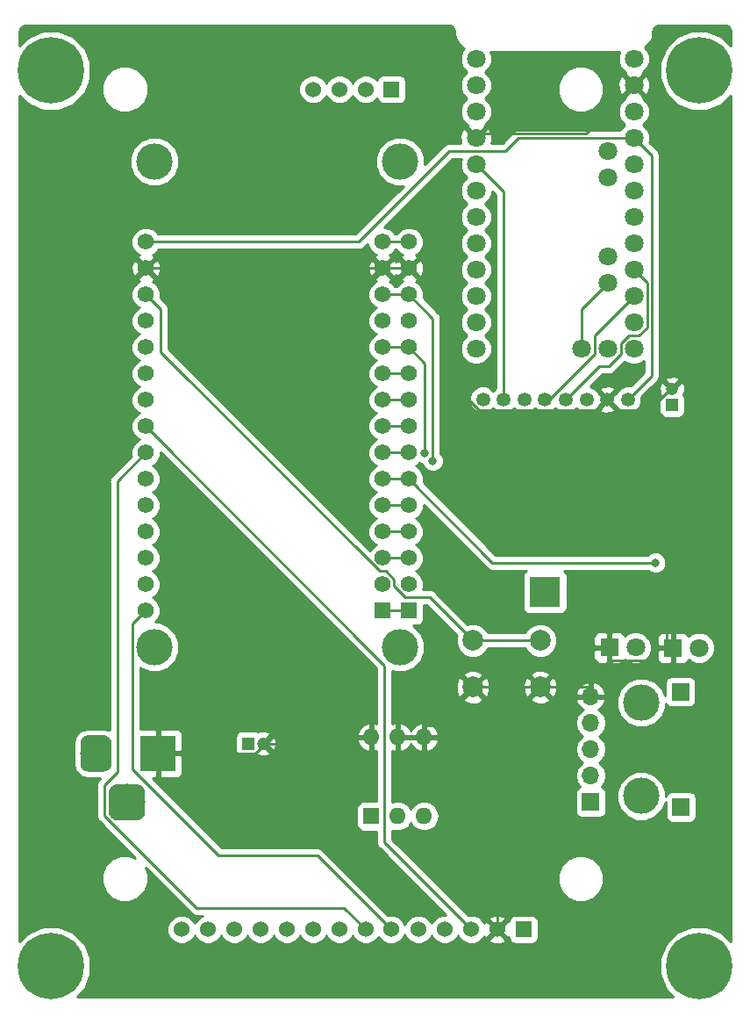
<source format=gbr>
G04 #@! TF.GenerationSoftware,KiCad,Pcbnew,(5.0.2)-1*
G04 #@! TF.CreationDate,2019-09-26T18:13:48+02:00*
G04 #@! TF.ProjectId,AskSinAnalyzer,41736b53-696e-4416-9e61-6c797a65722e,V2.0.1*
G04 #@! TF.SameCoordinates,Original*
G04 #@! TF.FileFunction,Copper,L2,Bot*
G04 #@! TF.FilePolarity,Positive*
%FSLAX46Y46*%
G04 Gerber Fmt 4.6, Leading zero omitted, Abs format (unit mm)*
G04 Created by KiCad (PCBNEW (5.0.2)-1) date 26.09.2019 18:13:48*
%MOMM*%
%LPD*%
G01*
G04 APERTURE LIST*
G04 #@! TA.AperFunction,ComponentPad*
%ADD10R,1.560000X1.560000*%
G04 #@! TD*
G04 #@! TA.AperFunction,ComponentPad*
%ADD11C,1.560000*%
G04 #@! TD*
G04 #@! TA.AperFunction,ComponentPad*
%ADD12C,3.500000*%
G04 #@! TD*
G04 #@! TA.AperFunction,ComponentPad*
%ADD13C,0.800000*%
G04 #@! TD*
G04 #@! TA.AperFunction,ComponentPad*
%ADD14C,6.400000*%
G04 #@! TD*
G04 #@! TA.AperFunction,ComponentPad*
%ADD15R,3.000000X3.000000*%
G04 #@! TD*
G04 #@! TA.AperFunction,ComponentPad*
%ADD16R,1.200000X1.200000*%
G04 #@! TD*
G04 #@! TA.AperFunction,ComponentPad*
%ADD17C,1.200000*%
G04 #@! TD*
G04 #@! TA.AperFunction,ComponentPad*
%ADD18R,1.800000X1.800000*%
G04 #@! TD*
G04 #@! TA.AperFunction,ComponentPad*
%ADD19C,1.800000*%
G04 #@! TD*
G04 #@! TA.AperFunction,ComponentPad*
%ADD20R,3.500000X3.500000*%
G04 #@! TD*
G04 #@! TA.AperFunction,Conductor*
%ADD21C,0.100000*%
G04 #@! TD*
G04 #@! TA.AperFunction,ComponentPad*
%ADD22C,3.000000*%
G04 #@! TD*
G04 #@! TA.AperFunction,ComponentPad*
%ADD23R,1.600000X1.600000*%
G04 #@! TD*
G04 #@! TA.AperFunction,ComponentPad*
%ADD24O,1.600000X1.600000*%
G04 #@! TD*
G04 #@! TA.AperFunction,ComponentPad*
%ADD25C,2.000000*%
G04 #@! TD*
G04 #@! TA.AperFunction,ComponentPad*
%ADD26C,1.350000*%
G04 #@! TD*
G04 #@! TA.AperFunction,ComponentPad*
%ADD27R,1.524000X1.524000*%
G04 #@! TD*
G04 #@! TA.AperFunction,ComponentPad*
%ADD28C,1.524000*%
G04 #@! TD*
G04 #@! TA.AperFunction,ComponentPad*
%ADD29R,1.700000X1.700000*%
G04 #@! TD*
G04 #@! TA.AperFunction,ComponentPad*
%ADD30O,1.700000X1.700000*%
G04 #@! TD*
G04 #@! TA.AperFunction,ViaPad*
%ADD31C,0.800000*%
G04 #@! TD*
G04 #@! TA.AperFunction,Conductor*
%ADD32C,0.250000*%
G04 #@! TD*
G04 #@! TA.AperFunction,Conductor*
%ADD33C,0.254000*%
G04 #@! TD*
G04 APERTURE END LIST*
D10*
G04 #@! TO.P,U3,1*
G04 #@! TO.N,Net-(U3-Pad1)*
X148590000Y-107950000D03*
D11*
G04 #@! TO.P,U3,2*
G04 #@! TO.N,Net-(U3-Pad2)*
X148590000Y-105410000D03*
G04 #@! TO.P,U3,3*
G04 #@! TO.N,Net-(U3-Pad3)*
X148590000Y-102870000D03*
G04 #@! TO.P,U3,4*
G04 #@! TO.N,Net-(U3-Pad4)*
X148590000Y-100330000D03*
G04 #@! TO.P,U3,5*
G04 #@! TO.N,Net-(U3-Pad5)*
X148590000Y-97790000D03*
G04 #@! TO.P,U3,6*
G04 #@! TO.N,Net-(R3-Pad2)*
X148590000Y-95250000D03*
G04 #@! TO.P,U3,7*
G04 #@! TO.N,LED*
X148590000Y-92710000D03*
G04 #@! TO.P,U3,8*
G04 #@! TO.N,DC*
X148590000Y-90170000D03*
G04 #@! TO.P,U3,9*
G04 #@! TO.N,RS*
X148590000Y-87630000D03*
G04 #@! TO.P,U3,10*
G04 #@! TO.N,SD_CS*
X148590000Y-85090000D03*
G04 #@! TO.P,U3,11*
G04 #@! TO.N,/SW1_2*
X148590000Y-82550000D03*
G04 #@! TO.P,U3,12*
G04 #@! TO.N,/SW1_1*
X148590000Y-80010000D03*
G04 #@! TO.P,U3,13*
G04 #@! TO.N,/SW1_3*
X148590000Y-77470000D03*
G04 #@! TO.P,U3,14*
G04 #@! TO.N,GND*
X148590000Y-74930000D03*
G04 #@! TO.P,U3,15*
G04 #@! TO.N,+5V*
X148590000Y-72390000D03*
G04 #@! TO.P,U3,16*
G04 #@! TO.N,D_SDA*
X123190000Y-107950000D03*
G04 #@! TO.P,U3,17*
G04 #@! TO.N,Net-(U3-Pad17)*
X123190000Y-105410000D03*
G04 #@! TO.P,U3,18*
G04 #@! TO.N,Net-(U3-Pad18)*
X123190000Y-102870000D03*
G04 #@! TO.P,U3,19*
G04 #@! TO.N,N/C*
X123190000Y-100330000D03*
G04 #@! TO.P,U3,20*
G04 #@! TO.N,Net-(U3-Pad20)*
X123190000Y-97790000D03*
G04 #@! TO.P,U3,21*
G04 #@! TO.N,D_SDO*
X123190000Y-95250000D03*
G04 #@! TO.P,U3,22*
G04 #@! TO.N,D_SCK*
X123190000Y-92710000D03*
G04 #@! TO.P,U3,23*
G04 #@! TO.N,CS*
X123190000Y-90170000D03*
G04 #@! TO.P,U3,24*
G04 #@! TO.N,Net-(U3-Pad24)*
X123190000Y-87630000D03*
G04 #@! TO.P,U3,25*
G04 #@! TO.N,/TXD*
X123190000Y-85090000D03*
G04 #@! TO.P,U3,26*
G04 #@! TO.N,Net-(U3-Pad26)*
X123190000Y-82550000D03*
G04 #@! TO.P,U3,27*
G04 #@! TO.N,Net-(U3-Pad27)*
X123190000Y-80010000D03*
G04 #@! TO.P,U3,28*
G04 #@! TO.N,SW2*
X123190000Y-77470000D03*
G04 #@! TO.P,U3,29*
G04 #@! TO.N,GND*
X123190000Y-74930000D03*
G04 #@! TO.P,U3,30*
G04 #@! TO.N,+3V3*
X123190000Y-72390000D03*
D10*
G04 #@! TO.P,U3,1*
G04 #@! TO.N,Net-(U3-Pad1)*
X146050000Y-107950000D03*
D11*
G04 #@! TO.P,U3,2*
G04 #@! TO.N,Net-(U3-Pad2)*
X146050000Y-105410000D03*
G04 #@! TO.P,U3,3*
G04 #@! TO.N,Net-(U3-Pad3)*
X146050000Y-102870000D03*
G04 #@! TO.P,U3,4*
G04 #@! TO.N,Net-(U3-Pad4)*
X146050000Y-100330000D03*
G04 #@! TO.P,U3,5*
G04 #@! TO.N,Net-(U3-Pad5)*
X146050000Y-97790000D03*
G04 #@! TO.P,U3,6*
G04 #@! TO.N,Net-(R3-Pad2)*
X146050000Y-95250000D03*
G04 #@! TO.P,U3,7*
G04 #@! TO.N,LED*
X146050000Y-92710000D03*
G04 #@! TO.P,U3,8*
G04 #@! TO.N,DC*
X146050000Y-90170000D03*
G04 #@! TO.P,U3,9*
G04 #@! TO.N,RS*
X146050000Y-87630000D03*
G04 #@! TO.P,U3,10*
G04 #@! TO.N,SD_CS*
X146050000Y-85090000D03*
G04 #@! TO.P,U3,11*
G04 #@! TO.N,/SW1_2*
X146050000Y-82550000D03*
G04 #@! TO.P,U3,12*
G04 #@! TO.N,/SW1_1*
X146050000Y-80010000D03*
G04 #@! TO.P,U3,13*
G04 #@! TO.N,/SW1_3*
X146050000Y-77470000D03*
G04 #@! TO.P,U3,14*
G04 #@! TO.N,GND*
X146050000Y-74930000D03*
G04 #@! TO.P,U3,15*
G04 #@! TO.N,+5V*
X146050000Y-72390000D03*
D12*
G04 #@! TO.P,U3,*
G04 #@! TO.N,*
X147740000Y-111440000D03*
X147740000Y-64640000D03*
X124040000Y-111440000D03*
X124040000Y-64640000D03*
G04 #@! TD*
D13*
G04 #@! TO.P,REF02,1*
G04 #@! TO.N,N/C*
X178291056Y-54182944D03*
X176594000Y-53480000D03*
X174896944Y-54182944D03*
X174194000Y-55880000D03*
X174896944Y-57577056D03*
X176594000Y-58280000D03*
X178291056Y-57577056D03*
X178994000Y-55880000D03*
D14*
X176594000Y-55880000D03*
G04 #@! TD*
D13*
G04 #@! TO.P,REF01,1*
G04 #@! TO.N,N/C*
X115743056Y-54182944D03*
X114046000Y-53480000D03*
X112348944Y-54182944D03*
X111646000Y-55880000D03*
X112348944Y-57577056D03*
X114046000Y-58280000D03*
X115743056Y-57577056D03*
X116446000Y-55880000D03*
D14*
X114046000Y-55880000D03*
G04 #@! TD*
D13*
G04 #@! TO.P,REF03,1*
G04 #@! TO.N,N/C*
X115743056Y-140542944D03*
X114046000Y-139840000D03*
X112348944Y-140542944D03*
X111646000Y-142240000D03*
X112348944Y-143937056D03*
X114046000Y-144640000D03*
X115743056Y-143937056D03*
X116446000Y-142240000D03*
D14*
X114046000Y-142240000D03*
G04 #@! TD*
D13*
G04 #@! TO.P,REF04,1*
G04 #@! TO.N,N/C*
X178291056Y-140542944D03*
X176594000Y-139840000D03*
X174896944Y-140542944D03*
X174194000Y-142240000D03*
X174896944Y-143937056D03*
X176594000Y-144640000D03*
X178291056Y-143937056D03*
X178994000Y-142240000D03*
D14*
X176594000Y-142240000D03*
G04 #@! TD*
D15*
G04 #@! TO.P,Antenne,1*
G04 #@! TO.N,N/C*
X161722000Y-106121000D03*
G04 #@! TD*
D16*
G04 #@! TO.P,C1,1*
G04 #@! TO.N,+5V*
X133058000Y-120752000D03*
D17*
G04 #@! TO.P,C1,2*
G04 #@! TO.N,GND*
X134558000Y-120752000D03*
G04 #@! TD*
G04 #@! TO.P,C2,2*
G04 #@! TO.N,GND*
X173990000Y-86587200D03*
D16*
G04 #@! TO.P,C2,1*
G04 #@! TO.N,+3V3*
X173990000Y-88087200D03*
G04 #@! TD*
D18*
G04 #@! TO.P,D1,1*
G04 #@! TO.N,GND*
X174066000Y-111531000D03*
D19*
G04 #@! TO.P,D1,2*
G04 #@! TO.N,Net-(D1-Pad2)*
X176606000Y-111531000D03*
G04 #@! TD*
G04 #@! TO.P,D2,2*
G04 #@! TO.N,Net-(D2-Pad2)*
X170472000Y-111506000D03*
D18*
G04 #@! TO.P,D2,1*
G04 #@! TO.N,GND*
X167932000Y-111506000D03*
G04 #@! TD*
D20*
G04 #@! TO.P,J1,1*
G04 #@! TO.N,GND*
X124371000Y-121704000D03*
D21*
G04 #@! TD*
G04 #@! TO.N,Net-(J1-Pad2)*
G04 #@! TO.C,J1*
G36*
X119194513Y-119957611D02*
X119267318Y-119968411D01*
X119338714Y-119986295D01*
X119408013Y-120011090D01*
X119474548Y-120042559D01*
X119537678Y-120080398D01*
X119596795Y-120124242D01*
X119651330Y-120173670D01*
X119700758Y-120228205D01*
X119744602Y-120287322D01*
X119782441Y-120350452D01*
X119813910Y-120416987D01*
X119838705Y-120486286D01*
X119856589Y-120557682D01*
X119867389Y-120630487D01*
X119871000Y-120704000D01*
X119871000Y-122704000D01*
X119867389Y-122777513D01*
X119856589Y-122850318D01*
X119838705Y-122921714D01*
X119813910Y-122991013D01*
X119782441Y-123057548D01*
X119744602Y-123120678D01*
X119700758Y-123179795D01*
X119651330Y-123234330D01*
X119596795Y-123283758D01*
X119537678Y-123327602D01*
X119474548Y-123365441D01*
X119408013Y-123396910D01*
X119338714Y-123421705D01*
X119267318Y-123439589D01*
X119194513Y-123450389D01*
X119121000Y-123454000D01*
X117621000Y-123454000D01*
X117547487Y-123450389D01*
X117474682Y-123439589D01*
X117403286Y-123421705D01*
X117333987Y-123396910D01*
X117267452Y-123365441D01*
X117204322Y-123327602D01*
X117145205Y-123283758D01*
X117090670Y-123234330D01*
X117041242Y-123179795D01*
X116997398Y-123120678D01*
X116959559Y-123057548D01*
X116928090Y-122991013D01*
X116903295Y-122921714D01*
X116885411Y-122850318D01*
X116874611Y-122777513D01*
X116871000Y-122704000D01*
X116871000Y-120704000D01*
X116874611Y-120630487D01*
X116885411Y-120557682D01*
X116903295Y-120486286D01*
X116928090Y-120416987D01*
X116959559Y-120350452D01*
X116997398Y-120287322D01*
X117041242Y-120228205D01*
X117090670Y-120173670D01*
X117145205Y-120124242D01*
X117204322Y-120080398D01*
X117267452Y-120042559D01*
X117333987Y-120011090D01*
X117403286Y-119986295D01*
X117474682Y-119968411D01*
X117547487Y-119957611D01*
X117621000Y-119954000D01*
X119121000Y-119954000D01*
X119194513Y-119957611D01*
X119194513Y-119957611D01*
G37*
D22*
G04 #@! TO.P,J1,2*
G04 #@! TO.N,Net-(J1-Pad2)*
X118371000Y-121704000D03*
D21*
G04 #@! TD*
G04 #@! TO.N,N/C*
G04 #@! TO.C,J1*
G36*
X122331765Y-124658213D02*
X122416704Y-124670813D01*
X122499999Y-124691677D01*
X122580848Y-124720605D01*
X122658472Y-124757319D01*
X122732124Y-124801464D01*
X122801094Y-124852616D01*
X122864718Y-124910282D01*
X122922384Y-124973906D01*
X122973536Y-125042876D01*
X123017681Y-125116528D01*
X123054395Y-125194152D01*
X123083323Y-125275001D01*
X123104187Y-125358296D01*
X123116787Y-125443235D01*
X123121000Y-125529000D01*
X123121000Y-127279000D01*
X123116787Y-127364765D01*
X123104187Y-127449704D01*
X123083323Y-127532999D01*
X123054395Y-127613848D01*
X123017681Y-127691472D01*
X122973536Y-127765124D01*
X122922384Y-127834094D01*
X122864718Y-127897718D01*
X122801094Y-127955384D01*
X122732124Y-128006536D01*
X122658472Y-128050681D01*
X122580848Y-128087395D01*
X122499999Y-128116323D01*
X122416704Y-128137187D01*
X122331765Y-128149787D01*
X122246000Y-128154000D01*
X120496000Y-128154000D01*
X120410235Y-128149787D01*
X120325296Y-128137187D01*
X120242001Y-128116323D01*
X120161152Y-128087395D01*
X120083528Y-128050681D01*
X120009876Y-128006536D01*
X119940906Y-127955384D01*
X119877282Y-127897718D01*
X119819616Y-127834094D01*
X119768464Y-127765124D01*
X119724319Y-127691472D01*
X119687605Y-127613848D01*
X119658677Y-127532999D01*
X119637813Y-127449704D01*
X119625213Y-127364765D01*
X119621000Y-127279000D01*
X119621000Y-125529000D01*
X119625213Y-125443235D01*
X119637813Y-125358296D01*
X119658677Y-125275001D01*
X119687605Y-125194152D01*
X119724319Y-125116528D01*
X119768464Y-125042876D01*
X119819616Y-124973906D01*
X119877282Y-124910282D01*
X119940906Y-124852616D01*
X120009876Y-124801464D01*
X120083528Y-124757319D01*
X120161152Y-124720605D01*
X120242001Y-124691677D01*
X120325296Y-124670813D01*
X120410235Y-124658213D01*
X120496000Y-124654000D01*
X122246000Y-124654000D01*
X122331765Y-124658213D01*
X122331765Y-124658213D01*
G37*
D12*
G04 #@! TO.P,J1,3*
G04 #@! TO.N,N/C*
X121371000Y-126404000D03*
G04 #@! TD*
D23*
G04 #@! TO.P,SW1,1*
G04 #@! TO.N,/SW1_1*
X144970000Y-127762000D03*
D24*
G04 #@! TO.P,SW1,4*
G04 #@! TO.N,GND*
X150050000Y-120142000D03*
G04 #@! TO.P,SW1,2*
G04 #@! TO.N,/SW1_2*
X147510000Y-127762000D03*
G04 #@! TO.P,SW1,5*
G04 #@! TO.N,GND*
X147510000Y-120142000D03*
G04 #@! TO.P,SW1,3*
G04 #@! TO.N,/SW1_3*
X150050000Y-127762000D03*
G04 #@! TO.P,SW1,6*
G04 #@! TO.N,GND*
X144970000Y-120142000D03*
G04 #@! TD*
D25*
G04 #@! TO.P,SW2,2*
G04 #@! TO.N,GND*
X154762000Y-115320000D03*
G04 #@! TO.P,SW2,1*
G04 #@! TO.N,SW2*
X154762000Y-110820000D03*
G04 #@! TO.P,SW2,2*
G04 #@! TO.N,GND*
X161262000Y-115320000D03*
G04 #@! TO.P,SW2,1*
G04 #@! TO.N,SW2*
X161262000Y-110820000D03*
G04 #@! TD*
D19*
G04 #@! TO.P,U1,28*
G04 #@! TO.N,Net-(U1-Pad28)*
X167767000Y-73787000D03*
G04 #@! TO.P,U1,27*
G04 #@! TO.N,Net-(U1-Pad27)*
X167767000Y-76327000D03*
X165227000Y-82677000D03*
G04 #@! TO.P,U1,28*
G04 #@! TO.N,Net-(U1-Pad28)*
X167767000Y-82677000D03*
G04 #@! TO.P,U1,1*
G04 #@! TO.N,/SS*
X170307000Y-82677000D03*
G04 #@! TO.P,U1,2*
G04 #@! TO.N,/MOSI*
X170307000Y-80137000D03*
G04 #@! TO.P,U1,3*
G04 #@! TO.N,/MISO*
X170307000Y-77597000D03*
G04 #@! TO.P,U1,4*
G04 #@! TO.N,/SCK*
X170307000Y-75057000D03*
G04 #@! TO.P,U1,5*
G04 #@! TO.N,Net-(U1-Pad5)*
X170307000Y-72517000D03*
G04 #@! TO.P,U1,6*
G04 #@! TO.N,Net-(U1-Pad6)*
X170307000Y-69977000D03*
G04 #@! TO.P,U1,7*
G04 #@! TO.N,Net-(U1-Pad7)*
X170307000Y-67437000D03*
G04 #@! TO.P,U1,8*
G04 #@! TO.N,Net-(U1-Pad8)*
X170307000Y-64897000D03*
G04 #@! TO.P,U1,9*
G04 #@! TO.N,+3V3*
X170307000Y-62357000D03*
G04 #@! TO.P,U1,10*
G04 #@! TO.N,Net-(U1-Pad10)*
X170307000Y-59817000D03*
G04 #@! TO.P,U1,11*
G04 #@! TO.N,GND*
X170307000Y-57277000D03*
G04 #@! TO.P,U1,12*
G04 #@! TO.N,Net-(U1-Pad12)*
X170307000Y-54737000D03*
G04 #@! TO.P,U1,13*
G04 #@! TO.N,/TXD*
X155067000Y-54737000D03*
G04 #@! TO.P,U1,14*
G04 #@! TO.N,Net-(U1-Pad14)*
X155067000Y-57277000D03*
G04 #@! TO.P,U1,15*
G04 #@! TO.N,Net-(U1-Pad15)*
X155067000Y-59817000D03*
G04 #@! TO.P,U1,16*
G04 #@! TO.N,GND*
X155067000Y-62357000D03*
G04 #@! TO.P,U1,17*
G04 #@! TO.N,/D2*
X155067000Y-64897000D03*
G04 #@! TO.P,U1,18*
G04 #@! TO.N,Net-(U1-Pad18)*
X155067000Y-67437000D03*
G04 #@! TO.P,U1,19*
G04 #@! TO.N,Net-(R2-Pad1)*
X155067000Y-69977000D03*
G04 #@! TO.P,U1,20*
G04 #@! TO.N,Net-(U1-Pad20)*
X155067000Y-72517000D03*
G04 #@! TO.P,U1,21*
G04 #@! TO.N,Net-(U1-Pad21)*
X155067000Y-75057000D03*
G04 #@! TO.P,U1,22*
G04 #@! TO.N,Net-(U1-Pad22)*
X155067000Y-77597000D03*
G04 #@! TO.P,U1,23*
G04 #@! TO.N,Net-(U1-Pad23)*
X155067000Y-80137000D03*
G04 #@! TO.P,U1,24*
G04 #@! TO.N,Net-(U1-Pad24)*
X155067000Y-82677000D03*
G04 #@! TO.P,U1,25*
G04 #@! TO.N,Net-(U1-Pad25)*
X167767000Y-66167000D03*
G04 #@! TO.P,U1,26*
G04 #@! TO.N,Net-(U1-Pad26)*
X167767000Y-63627000D03*
G04 #@! TD*
D26*
G04 #@! TO.P,U2,8*
G04 #@! TO.N,/SS*
X155734000Y-87590000D03*
G04 #@! TO.P,U2,1*
G04 #@! TO.N,+3V3*
X169734000Y-87590000D03*
G04 #@! TO.P,U2,2*
G04 #@! TO.N,GND*
X167734000Y-87590000D03*
G04 #@! TO.P,U2,3*
G04 #@! TO.N,/MOSI*
X165734000Y-87590000D03*
G04 #@! TO.P,U2,4*
G04 #@! TO.N,/SCK*
X163734000Y-87590000D03*
G04 #@! TO.P,U2,5*
G04 #@! TO.N,/MISO*
X161734000Y-87590000D03*
G04 #@! TO.P,U2,6*
G04 #@! TO.N,Net-(U2-Pad6)*
X159734000Y-87590000D03*
G04 #@! TO.P,U2,7*
G04 #@! TO.N,/D2*
X157734000Y-87590000D03*
G04 #@! TD*
D27*
G04 #@! TO.P,U4,1*
G04 #@! TO.N,+3V3*
X159658000Y-138673500D03*
D28*
G04 #@! TO.P,U4,2*
G04 #@! TO.N,GND*
X157118000Y-138673500D03*
G04 #@! TO.P,U4,3*
G04 #@! TO.N,CS*
X154608000Y-138673500D03*
G04 #@! TO.P,U4,4*
G04 #@! TO.N,RS*
X152038000Y-138673500D03*
G04 #@! TO.P,U4,5*
G04 #@! TO.N,DC*
X149498000Y-138673500D03*
G04 #@! TO.P,U4,6*
G04 #@! TO.N,D_SDA*
X146858000Y-138673500D03*
G04 #@! TO.P,U4,7*
G04 #@! TO.N,D_SCK*
X144418000Y-138673500D03*
G04 #@! TO.P,U4,8*
G04 #@! TO.N,LED*
X141878000Y-138673500D03*
G04 #@! TO.P,U4,9*
G04 #@! TO.N,D_SDO*
X139338000Y-138673500D03*
G04 #@! TO.P,U4,10*
G04 #@! TO.N,Net-(U4-Pad10)*
X136798000Y-138673500D03*
G04 #@! TO.P,U4,11*
G04 #@! TO.N,Net-(U4-Pad11)*
X134258000Y-138673500D03*
G04 #@! TO.P,U4,12*
G04 #@! TO.N,Net-(U4-Pad12)*
X131718000Y-138673500D03*
G04 #@! TO.P,U4,13*
G04 #@! TO.N,Net-(U4-Pad13)*
X129178000Y-138673500D03*
G04 #@! TO.P,U4,14*
G04 #@! TO.N,Net-(U4-Pad14)*
X126638000Y-138673500D03*
D27*
G04 #@! TO.P,U4,15*
G04 #@! TO.N,SD_CS*
X146918000Y-57673500D03*
D28*
G04 #@! TO.P,U4,16*
G04 #@! TO.N,D_SDA*
X144418000Y-57673500D03*
G04 #@! TO.P,U4,17*
G04 #@! TO.N,D_SDO*
X141878000Y-57673500D03*
G04 #@! TO.P,U4,18*
G04 #@! TO.N,D_SCK*
X139338000Y-57673500D03*
G04 #@! TD*
D29*
G04 #@! TO.P,J2,1*
G04 #@! TO.N,Net-(J1-Pad2)*
X166137000Y-126399000D03*
D30*
G04 #@! TO.P,J2,2*
G04 #@! TO.N,Net-(J2-Pad2)*
X166137000Y-123859000D03*
G04 #@! TO.P,J2,3*
G04 #@! TO.N,Net-(J2-Pad3)*
X166137000Y-121319000D03*
G04 #@! TO.P,J2,4*
G04 #@! TO.N,Net-(J2-Pad4)*
X166137000Y-118779000D03*
G04 #@! TO.P,J2,5*
G04 #@! TO.N,GND*
X166137000Y-116239000D03*
D29*
G04 #@! TO.P,J2,*
G04 #@! TO.N,*
X174847000Y-126869000D03*
X174797000Y-115769000D03*
D12*
X170997000Y-116819000D03*
X170997000Y-125819000D03*
G04 #@! TD*
D31*
G04 #@! TO.N,Net-(R3-Pad2)*
X172385900Y-103313400D03*
G04 #@! TO.N,/SW1_2*
X150132100Y-92760900D03*
G04 #@! TO.N,/SW1_3*
X150891500Y-93509900D03*
G04 #@! TD*
D32*
G04 #@! TO.N,+3V3*
X169734000Y-87590000D02*
X172032500Y-85291500D01*
X172032500Y-85291500D02*
X172032500Y-64082500D01*
X172032500Y-64082500D02*
X170307000Y-62357000D01*
X170307000Y-62357000D02*
X159184000Y-62357000D01*
X159184000Y-62357000D02*
X157914000Y-63627000D01*
X157914000Y-63627000D02*
X152506000Y-63627000D01*
X152506000Y-63627000D02*
X143743000Y-72390000D01*
X143743000Y-72390000D02*
X123190000Y-72390000D01*
G04 #@! TO.N,GND*
X171899500Y-88626400D02*
X168770400Y-88626400D01*
X168770400Y-88626400D02*
X167734000Y-87590000D01*
X167734000Y-87590000D02*
X166684100Y-88639900D01*
X166684100Y-88639900D02*
X155359700Y-88639900D01*
X155359700Y-88639900D02*
X151807200Y-85087400D01*
X151807200Y-85087400D02*
X151807200Y-78147200D01*
X151807200Y-78147200D02*
X148590000Y-74930000D01*
X171899500Y-88626400D02*
X171899500Y-88488100D01*
X171899500Y-88488100D02*
X173800400Y-86587200D01*
X173800400Y-86587200D02*
X173990000Y-86587200D01*
X173453400Y-111531000D02*
X173453400Y-90180300D01*
X173453400Y-90180300D02*
X171899500Y-88626400D01*
X134558000Y-120752000D02*
X134558000Y-120930700D01*
X134558000Y-120930700D02*
X133784700Y-121704000D01*
X133784700Y-121704000D02*
X124371000Y-121704000D01*
X143844700Y-120142000D02*
X143234700Y-120752000D01*
X143234700Y-120752000D02*
X134558000Y-120752000D01*
X173453400Y-111531000D02*
X172840700Y-111531000D01*
X174066000Y-111531000D02*
X173453400Y-111531000D01*
X144970000Y-120142000D02*
X143844700Y-120142000D01*
X166137000Y-115320000D02*
X166137000Y-114526300D01*
X166137000Y-114526300D02*
X167932000Y-112731300D01*
X161262000Y-115320000D02*
X166137000Y-115320000D01*
X172840700Y-111531000D02*
X171640400Y-112731300D01*
X171640400Y-112731300D02*
X167932000Y-112731300D01*
X167932000Y-111506000D02*
X167932000Y-112731300D01*
X150050000Y-120142000D02*
X150050000Y-121267300D01*
X157118000Y-138673500D02*
X157118000Y-128335300D01*
X157118000Y-128335300D02*
X150050000Y-121267300D01*
X150050000Y-120142000D02*
X150050000Y-119016700D01*
X150050000Y-120142000D02*
X148635300Y-120142000D01*
X154762000Y-115320000D02*
X151065300Y-119016700D01*
X151065300Y-119016700D02*
X150050000Y-119016700D01*
X170307000Y-57277000D02*
X165677300Y-61906700D01*
X165677300Y-61906700D02*
X155517300Y-61906700D01*
X155517300Y-61906700D02*
X155067000Y-62357000D01*
X123190000Y-74930000D02*
X146050000Y-74930000D01*
X161262000Y-115320000D02*
X154762000Y-115320000D01*
X147510000Y-120142000D02*
X148635300Y-120142000D01*
X166137000Y-116239000D02*
X166137000Y-115320000D01*
X146050000Y-74930000D02*
X148590000Y-74930000D01*
G04 #@! TO.N,/MISO*
X161734000Y-87590000D02*
X162105200Y-87590000D01*
X162105200Y-87590000D02*
X166497000Y-83198200D01*
X166497000Y-83198200D02*
X166497000Y-81407000D01*
X166497000Y-81407000D02*
X170307000Y-77597000D01*
G04 #@! TO.N,Net-(U1-Pad27)*
X165227000Y-82677000D02*
X165227000Y-78867000D01*
X165227000Y-78867000D02*
X167767000Y-76327000D01*
G04 #@! TO.N,/D2*
X157734000Y-87590000D02*
X157734000Y-67564000D01*
X157734000Y-67564000D02*
X155067000Y-64897000D01*
G04 #@! TO.N,+5V*
X146050000Y-72390000D02*
X148590000Y-72390000D01*
G04 #@! TO.N,Net-(R3-Pad2)*
X148590000Y-95250000D02*
X146050000Y-95250000D01*
X172385900Y-103313400D02*
X156653400Y-103313400D01*
X156653400Y-103313400D02*
X148590000Y-95250000D01*
G04 #@! TO.N,/SW1_2*
X150132100Y-92760900D02*
X150132100Y-84092100D01*
X150132100Y-84092100D02*
X148590000Y-82550000D01*
X146050000Y-82550000D02*
X148590000Y-82550000D01*
G04 #@! TO.N,/SW1_3*
X150891500Y-93509900D02*
X150891500Y-79771500D01*
X150891500Y-79771500D02*
X148590000Y-77470000D01*
X146050000Y-77470000D02*
X148590000Y-77470000D01*
G04 #@! TO.N,SW2*
X154762000Y-110820000D02*
X150616700Y-106674700D01*
X150616700Y-106674700D02*
X148277200Y-106674700D01*
X148277200Y-106674700D02*
X147155400Y-105552900D01*
X147155400Y-105552900D02*
X147155400Y-104911900D01*
X147155400Y-104911900D02*
X146383500Y-104140000D01*
X146383500Y-104140000D02*
X145754000Y-104140000D01*
X145754000Y-104140000D02*
X124624600Y-83010600D01*
X124624600Y-83010600D02*
X124624600Y-78904600D01*
X124624600Y-78904600D02*
X123190000Y-77470000D01*
X161262000Y-110820000D02*
X154762000Y-110820000D01*
G04 #@! TO.N,Net-(U3-Pad1)*
X146050000Y-107950000D02*
X148590000Y-107950000D01*
G04 #@! TO.N,Net-(U3-Pad3)*
X146050000Y-102870000D02*
X148590000Y-102870000D01*
G04 #@! TO.N,Net-(U3-Pad4)*
X146050000Y-100330000D02*
X148590000Y-100330000D01*
G04 #@! TO.N,Net-(U3-Pad5)*
X146050000Y-97790000D02*
X148590000Y-97790000D01*
G04 #@! TO.N,LED*
X146050000Y-92710000D02*
X148590000Y-92710000D01*
G04 #@! TO.N,DC*
X146050000Y-90170000D02*
X148590000Y-90170000D01*
G04 #@! TO.N,RS*
X146050000Y-87630000D02*
X148590000Y-87630000D01*
G04 #@! TO.N,SD_CS*
X146050000Y-85090000D02*
X148590000Y-85090000D01*
G04 #@! TO.N,CS*
X154608000Y-138673500D02*
X146240000Y-130305500D01*
X146240000Y-130305500D02*
X146240000Y-113220000D01*
X146240000Y-113220000D02*
X123190000Y-90170000D01*
G04 #@! TO.N,/SCK*
X163734000Y-87590000D02*
X166936600Y-84387400D01*
X166936600Y-84387400D02*
X167880000Y-84387400D01*
X167880000Y-84387400D02*
X169037000Y-83230400D01*
X169037000Y-83230400D02*
X169037000Y-82214100D01*
X169037000Y-82214100D02*
X169844100Y-81407000D01*
X169844100Y-81407000D02*
X170793800Y-81407000D01*
X170793800Y-81407000D02*
X171569900Y-80630900D01*
X171569900Y-80630900D02*
X171569900Y-76319900D01*
X171569900Y-76319900D02*
X170307000Y-75057000D01*
G04 #@! TO.N,D_SDA*
X123190000Y-107950000D02*
X121917500Y-109222500D01*
X121917500Y-109222500D02*
X121917500Y-123245200D01*
X121917500Y-123245200D02*
X130232700Y-131560400D01*
X130232700Y-131560400D02*
X139744900Y-131560400D01*
X139744900Y-131560400D02*
X146858000Y-138673500D01*
G04 #@! TO.N,D_SCK*
X123190000Y-92710000D02*
X120427100Y-95472900D01*
X120427100Y-95472900D02*
X120427100Y-123521900D01*
X120427100Y-123521900D02*
X119220400Y-124728600D01*
X119220400Y-124728600D02*
X119220400Y-127720400D01*
X119220400Y-127720400D02*
X128095100Y-136595100D01*
X128095100Y-136595100D02*
X142339600Y-136595100D01*
X142339600Y-136595100D02*
X144418000Y-138673500D01*
G04 #@! TD*
D33*
G04 #@! TO.N,GND*
G36*
X152587787Y-51554065D02*
X152752920Y-51649405D01*
X152875488Y-51795477D01*
X152951555Y-52004465D01*
X152962702Y-52131880D01*
X152981996Y-52352413D01*
X153006003Y-52442010D01*
X153022112Y-52533368D01*
X153172965Y-52947830D01*
X153172966Y-52947835D01*
X153296257Y-53161380D01*
X153579769Y-53499256D01*
X153768660Y-53657754D01*
X153768662Y-53657755D01*
X153899746Y-53733437D01*
X153765690Y-53867493D01*
X153532000Y-54431670D01*
X153532000Y-55042330D01*
X153765690Y-55606507D01*
X154166183Y-56007000D01*
X153765690Y-56407493D01*
X153532000Y-56971670D01*
X153532000Y-57582330D01*
X153765690Y-58146507D01*
X154166183Y-58547000D01*
X153765690Y-58947493D01*
X153532000Y-59511670D01*
X153532000Y-60122330D01*
X153765690Y-60686507D01*
X154197493Y-61118310D01*
X154217115Y-61126438D01*
X154166446Y-61276841D01*
X155067000Y-62177395D01*
X155967554Y-61276841D01*
X155916885Y-61126438D01*
X155936507Y-61118310D01*
X156368310Y-60686507D01*
X156602000Y-60122330D01*
X156602000Y-59511670D01*
X156368310Y-58947493D01*
X155967817Y-58547000D01*
X156368310Y-58146507D01*
X156602000Y-57582330D01*
X156602000Y-57238831D01*
X162929000Y-57238831D01*
X162929000Y-58127969D01*
X163269259Y-58949426D01*
X163897974Y-59578141D01*
X164719431Y-59918400D01*
X165608569Y-59918400D01*
X166430026Y-59578141D01*
X167058741Y-58949426D01*
X167399000Y-58127969D01*
X167399000Y-57238831D01*
X167315124Y-57036336D01*
X168760542Y-57036336D01*
X168786161Y-57646460D01*
X168970357Y-58091148D01*
X169226841Y-58177554D01*
X170127395Y-57277000D01*
X170486605Y-57277000D01*
X171387159Y-58177554D01*
X171643643Y-58091148D01*
X171853458Y-57517664D01*
X171827839Y-56907540D01*
X171643643Y-56462852D01*
X171387159Y-56376446D01*
X170486605Y-57277000D01*
X170127395Y-57277000D01*
X169226841Y-56376446D01*
X168970357Y-56462852D01*
X168760542Y-57036336D01*
X167315124Y-57036336D01*
X167058741Y-56417374D01*
X166430026Y-55788659D01*
X165608569Y-55448400D01*
X164719431Y-55448400D01*
X163897974Y-55788659D01*
X163269259Y-56417374D01*
X162929000Y-57238831D01*
X156602000Y-57238831D01*
X156602000Y-56971670D01*
X156368310Y-56407493D01*
X155967817Y-56007000D01*
X156368310Y-55606507D01*
X156602000Y-55042330D01*
X156602000Y-54431670D01*
X156443907Y-54050000D01*
X168930093Y-54050000D01*
X168772000Y-54431670D01*
X168772000Y-55042330D01*
X169005690Y-55606507D01*
X169437493Y-56038310D01*
X169457115Y-56046438D01*
X169406446Y-56196841D01*
X170307000Y-57097395D01*
X171207554Y-56196841D01*
X171156885Y-56046438D01*
X171176507Y-56038310D01*
X171608310Y-55606507D01*
X171842000Y-55042330D01*
X171842000Y-54431670D01*
X171608310Y-53867493D01*
X171370983Y-53630166D01*
X171609256Y-53430231D01*
X171767754Y-53241340D01*
X171767755Y-53241338D01*
X171988287Y-52859368D01*
X171988288Y-52859366D01*
X171988289Y-52859365D01*
X172072624Y-52627656D01*
X172149214Y-52193289D01*
X172204065Y-51882213D01*
X172299405Y-51717080D01*
X172445477Y-51594512D01*
X172654465Y-51518445D01*
X172750996Y-51510000D01*
X179007881Y-51510000D01*
X179257787Y-51554065D01*
X179422920Y-51649405D01*
X179545488Y-51795477D01*
X179621555Y-52004465D01*
X179630001Y-52101007D01*
X179630001Y-53492492D01*
X178766353Y-52628844D01*
X177356829Y-52045000D01*
X175831171Y-52045000D01*
X174421647Y-52628844D01*
X173342844Y-53707647D01*
X172759000Y-55117171D01*
X172759000Y-56642829D01*
X173342844Y-58052353D01*
X174421647Y-59131156D01*
X175831171Y-59715000D01*
X177356829Y-59715000D01*
X178766353Y-59131156D01*
X179630001Y-58267508D01*
X179630000Y-139852491D01*
X178766353Y-138988844D01*
X177356829Y-138405000D01*
X175831171Y-138405000D01*
X174421647Y-138988844D01*
X173342844Y-140067647D01*
X172759000Y-141477171D01*
X172759000Y-143002829D01*
X173342844Y-144412353D01*
X174079991Y-145149500D01*
X116560009Y-145149500D01*
X117297156Y-144412353D01*
X117881000Y-143002829D01*
X117881000Y-141477171D01*
X117297156Y-140067647D01*
X116218353Y-138988844D01*
X114808829Y-138405000D01*
X113283171Y-138405000D01*
X111873647Y-138988844D01*
X111009500Y-139852991D01*
X111009500Y-120704000D01*
X116223560Y-120704000D01*
X116223560Y-122704000D01*
X116329934Y-123238777D01*
X116632861Y-123692139D01*
X117086223Y-123995066D01*
X117621000Y-124101440D01*
X118772759Y-124101440D01*
X118735930Y-124138269D01*
X118672471Y-124180671D01*
X118504496Y-124432064D01*
X118460400Y-124653749D01*
X118460400Y-124653753D01*
X118445512Y-124728600D01*
X118460400Y-124803447D01*
X118460401Y-127645548D01*
X118445512Y-127720400D01*
X118504497Y-128016937D01*
X118629489Y-128204000D01*
X118672472Y-128268329D01*
X118735928Y-128310729D01*
X122189182Y-131763983D01*
X121602569Y-131521000D01*
X120713431Y-131521000D01*
X119891974Y-131861259D01*
X119263259Y-132489974D01*
X118923000Y-133311431D01*
X118923000Y-134200569D01*
X119263259Y-135022026D01*
X119891974Y-135650741D01*
X120713431Y-135991000D01*
X121602569Y-135991000D01*
X122424026Y-135650741D01*
X123052741Y-135022026D01*
X123393000Y-134200569D01*
X123393000Y-133311431D01*
X123150017Y-132724818D01*
X127504770Y-137079572D01*
X127547171Y-137143029D01*
X127798563Y-137311004D01*
X128020248Y-137355100D01*
X128020252Y-137355100D01*
X128095099Y-137369988D01*
X128169946Y-137355100D01*
X128710361Y-137355100D01*
X128386663Y-137489180D01*
X127993680Y-137882163D01*
X127908000Y-138089013D01*
X127822320Y-137882163D01*
X127429337Y-137489180D01*
X126915881Y-137276500D01*
X126360119Y-137276500D01*
X125846663Y-137489180D01*
X125453680Y-137882163D01*
X125241000Y-138395619D01*
X125241000Y-138951381D01*
X125453680Y-139464837D01*
X125846663Y-139857820D01*
X126360119Y-140070500D01*
X126915881Y-140070500D01*
X127429337Y-139857820D01*
X127822320Y-139464837D01*
X127908000Y-139257987D01*
X127993680Y-139464837D01*
X128386663Y-139857820D01*
X128900119Y-140070500D01*
X129455881Y-140070500D01*
X129969337Y-139857820D01*
X130362320Y-139464837D01*
X130448000Y-139257987D01*
X130533680Y-139464837D01*
X130926663Y-139857820D01*
X131440119Y-140070500D01*
X131995881Y-140070500D01*
X132509337Y-139857820D01*
X132902320Y-139464837D01*
X132988000Y-139257987D01*
X133073680Y-139464837D01*
X133466663Y-139857820D01*
X133980119Y-140070500D01*
X134535881Y-140070500D01*
X135049337Y-139857820D01*
X135442320Y-139464837D01*
X135528000Y-139257987D01*
X135613680Y-139464837D01*
X136006663Y-139857820D01*
X136520119Y-140070500D01*
X137075881Y-140070500D01*
X137589337Y-139857820D01*
X137982320Y-139464837D01*
X138068000Y-139257987D01*
X138153680Y-139464837D01*
X138546663Y-139857820D01*
X139060119Y-140070500D01*
X139615881Y-140070500D01*
X140129337Y-139857820D01*
X140522320Y-139464837D01*
X140608000Y-139257987D01*
X140693680Y-139464837D01*
X141086663Y-139857820D01*
X141600119Y-140070500D01*
X142155881Y-140070500D01*
X142669337Y-139857820D01*
X143062320Y-139464837D01*
X143148000Y-139257987D01*
X143233680Y-139464837D01*
X143626663Y-139857820D01*
X144140119Y-140070500D01*
X144695881Y-140070500D01*
X145209337Y-139857820D01*
X145602320Y-139464837D01*
X145638000Y-139378698D01*
X145673680Y-139464837D01*
X146066663Y-139857820D01*
X146580119Y-140070500D01*
X147135881Y-140070500D01*
X147649337Y-139857820D01*
X148042320Y-139464837D01*
X148178000Y-139137276D01*
X148313680Y-139464837D01*
X148706663Y-139857820D01*
X149220119Y-140070500D01*
X149775881Y-140070500D01*
X150289337Y-139857820D01*
X150682320Y-139464837D01*
X150768000Y-139257987D01*
X150853680Y-139464837D01*
X151246663Y-139857820D01*
X151760119Y-140070500D01*
X152315881Y-140070500D01*
X152829337Y-139857820D01*
X153222320Y-139464837D01*
X153323000Y-139221773D01*
X153423680Y-139464837D01*
X153816663Y-139857820D01*
X154330119Y-140070500D01*
X154885881Y-140070500D01*
X155399337Y-139857820D01*
X155603444Y-139653713D01*
X156317392Y-139653713D01*
X156386857Y-139895897D01*
X156910302Y-140082644D01*
X157465368Y-140054862D01*
X157849143Y-139895897D01*
X157918608Y-139653713D01*
X157118000Y-138853105D01*
X156317392Y-139653713D01*
X155603444Y-139653713D01*
X155792320Y-139464837D01*
X155856428Y-139310066D01*
X155895603Y-139404643D01*
X156137787Y-139474108D01*
X156938395Y-138673500D01*
X157297605Y-138673500D01*
X158098213Y-139474108D01*
X158248560Y-139430984D01*
X158248560Y-139435500D01*
X158297843Y-139683265D01*
X158438191Y-139893309D01*
X158648235Y-140033657D01*
X158896000Y-140082940D01*
X160420000Y-140082940D01*
X160667765Y-140033657D01*
X160877809Y-139893309D01*
X161018157Y-139683265D01*
X161067440Y-139435500D01*
X161067440Y-137911500D01*
X161018157Y-137663735D01*
X160877809Y-137453691D01*
X160667765Y-137313343D01*
X160420000Y-137264060D01*
X158896000Y-137264060D01*
X158648235Y-137313343D01*
X158438191Y-137453691D01*
X158297843Y-137663735D01*
X158248560Y-137911500D01*
X158248560Y-137916016D01*
X158098213Y-137872892D01*
X157297605Y-138673500D01*
X156938395Y-138673500D01*
X156137787Y-137872892D01*
X155895603Y-137942357D01*
X155859347Y-138043981D01*
X155792320Y-137882163D01*
X155603444Y-137693287D01*
X156317392Y-137693287D01*
X157118000Y-138493895D01*
X157918608Y-137693287D01*
X157849143Y-137451103D01*
X157325698Y-137264356D01*
X156770632Y-137292138D01*
X156386857Y-137451103D01*
X156317392Y-137693287D01*
X155603444Y-137693287D01*
X155399337Y-137489180D01*
X154885881Y-137276500D01*
X154330119Y-137276500D01*
X154298782Y-137289480D01*
X150333733Y-133324431D01*
X162929000Y-133324431D01*
X162929000Y-134213569D01*
X163269259Y-135035026D01*
X163897974Y-135663741D01*
X164719431Y-136004000D01*
X165608569Y-136004000D01*
X166430026Y-135663741D01*
X167058741Y-135035026D01*
X167399000Y-134213569D01*
X167399000Y-133324431D01*
X167058741Y-132502974D01*
X166430026Y-131874259D01*
X165608569Y-131534000D01*
X164719431Y-131534000D01*
X163897974Y-131874259D01*
X163269259Y-132502974D01*
X162929000Y-133324431D01*
X150333733Y-133324431D01*
X147000000Y-129990699D01*
X147000000Y-129123668D01*
X147368667Y-129197000D01*
X147651333Y-129197000D01*
X148069909Y-129113740D01*
X148544577Y-128796577D01*
X148780000Y-128444242D01*
X149015423Y-128796577D01*
X149490091Y-129113740D01*
X149908667Y-129197000D01*
X150191333Y-129197000D01*
X150609909Y-129113740D01*
X151084577Y-128796577D01*
X151401740Y-128321909D01*
X151513113Y-127762000D01*
X151401740Y-127202091D01*
X151084577Y-126727423D01*
X150609909Y-126410260D01*
X150191333Y-126327000D01*
X149908667Y-126327000D01*
X149490091Y-126410260D01*
X149015423Y-126727423D01*
X148780000Y-127079758D01*
X148544577Y-126727423D01*
X148069909Y-126410260D01*
X147651333Y-126327000D01*
X147368667Y-126327000D01*
X147000000Y-126400332D01*
X147000000Y-121467236D01*
X147160961Y-121533904D01*
X147383000Y-121411915D01*
X147383000Y-120269000D01*
X147637000Y-120269000D01*
X147637000Y-121411915D01*
X147859039Y-121533904D01*
X148247423Y-121373041D01*
X148662389Y-120997134D01*
X148780000Y-120748633D01*
X148897611Y-120997134D01*
X149312577Y-121373041D01*
X149700961Y-121533904D01*
X149923000Y-121411915D01*
X149923000Y-120269000D01*
X150177000Y-120269000D01*
X150177000Y-121411915D01*
X150399039Y-121533904D01*
X150787423Y-121373041D01*
X151202389Y-120997134D01*
X151441914Y-120491041D01*
X151320629Y-120269000D01*
X150177000Y-120269000D01*
X149923000Y-120269000D01*
X147637000Y-120269000D01*
X147383000Y-120269000D01*
X147363000Y-120269000D01*
X147363000Y-120015000D01*
X147383000Y-120015000D01*
X147383000Y-118872085D01*
X147637000Y-118872085D01*
X147637000Y-120015000D01*
X149923000Y-120015000D01*
X149923000Y-118872085D01*
X150177000Y-118872085D01*
X150177000Y-120015000D01*
X151320629Y-120015000D01*
X151441914Y-119792959D01*
X151202389Y-119286866D01*
X150787423Y-118910959D01*
X150468825Y-118779000D01*
X164622908Y-118779000D01*
X164738161Y-119358418D01*
X165066375Y-119849625D01*
X165364761Y-120049000D01*
X165066375Y-120248375D01*
X164738161Y-120739582D01*
X164622908Y-121319000D01*
X164738161Y-121898418D01*
X165066375Y-122389625D01*
X165364761Y-122589000D01*
X165066375Y-122788375D01*
X164738161Y-123279582D01*
X164622908Y-123859000D01*
X164738161Y-124438418D01*
X165066375Y-124929625D01*
X165084619Y-124941816D01*
X165039235Y-124950843D01*
X164829191Y-125091191D01*
X164688843Y-125301235D01*
X164639560Y-125549000D01*
X164639560Y-127249000D01*
X164688843Y-127496765D01*
X164829191Y-127706809D01*
X165039235Y-127847157D01*
X165287000Y-127896440D01*
X166987000Y-127896440D01*
X167234765Y-127847157D01*
X167444809Y-127706809D01*
X167585157Y-127496765D01*
X167634440Y-127249000D01*
X167634440Y-125549000D01*
X167593782Y-125344594D01*
X168612000Y-125344594D01*
X168612000Y-126293406D01*
X168975095Y-127169994D01*
X169646006Y-127840905D01*
X170522594Y-128204000D01*
X171471406Y-128204000D01*
X172347994Y-127840905D01*
X173018905Y-127169994D01*
X173349560Y-126371723D01*
X173349560Y-127719000D01*
X173398843Y-127966765D01*
X173539191Y-128176809D01*
X173749235Y-128317157D01*
X173997000Y-128366440D01*
X175697000Y-128366440D01*
X175944765Y-128317157D01*
X176154809Y-128176809D01*
X176295157Y-127966765D01*
X176344440Y-127719000D01*
X176344440Y-126019000D01*
X176295157Y-125771235D01*
X176154809Y-125561191D01*
X175944765Y-125420843D01*
X175697000Y-125371560D01*
X173997000Y-125371560D01*
X173749235Y-125420843D01*
X173539191Y-125561191D01*
X173398843Y-125771235D01*
X173382000Y-125855911D01*
X173382000Y-125344594D01*
X173018905Y-124468006D01*
X172347994Y-123797095D01*
X171471406Y-123434000D01*
X170522594Y-123434000D01*
X169646006Y-123797095D01*
X168975095Y-124468006D01*
X168612000Y-125344594D01*
X167593782Y-125344594D01*
X167585157Y-125301235D01*
X167444809Y-125091191D01*
X167234765Y-124950843D01*
X167189381Y-124941816D01*
X167207625Y-124929625D01*
X167535839Y-124438418D01*
X167651092Y-123859000D01*
X167535839Y-123279582D01*
X167207625Y-122788375D01*
X166909239Y-122589000D01*
X167207625Y-122389625D01*
X167535839Y-121898418D01*
X167651092Y-121319000D01*
X167535839Y-120739582D01*
X167207625Y-120248375D01*
X166909239Y-120049000D01*
X167207625Y-119849625D01*
X167535839Y-119358418D01*
X167651092Y-118779000D01*
X167535839Y-118199582D01*
X167207625Y-117708375D01*
X166888522Y-117495157D01*
X167018358Y-117434183D01*
X167408645Y-117005924D01*
X167578476Y-116595890D01*
X167457155Y-116366000D01*
X166264000Y-116366000D01*
X166264000Y-116386000D01*
X166010000Y-116386000D01*
X166010000Y-116366000D01*
X164816845Y-116366000D01*
X164695524Y-116595890D01*
X164865355Y-117005924D01*
X165255642Y-117434183D01*
X165385478Y-117495157D01*
X165066375Y-117708375D01*
X164738161Y-118199582D01*
X164622908Y-118779000D01*
X150468825Y-118779000D01*
X150399039Y-118750096D01*
X150177000Y-118872085D01*
X149923000Y-118872085D01*
X149700961Y-118750096D01*
X149312577Y-118910959D01*
X148897611Y-119286866D01*
X148780000Y-119535367D01*
X148662389Y-119286866D01*
X148247423Y-118910959D01*
X147859039Y-118750096D01*
X147637000Y-118872085D01*
X147383000Y-118872085D01*
X147160961Y-118750096D01*
X147000000Y-118816764D01*
X147000000Y-116472532D01*
X153789073Y-116472532D01*
X153887736Y-116739387D01*
X154497461Y-116965908D01*
X155147460Y-116941856D01*
X155636264Y-116739387D01*
X155734927Y-116472532D01*
X160289073Y-116472532D01*
X160387736Y-116739387D01*
X160997461Y-116965908D01*
X161647460Y-116941856D01*
X162136264Y-116739387D01*
X162234927Y-116472532D01*
X162106989Y-116344594D01*
X168612000Y-116344594D01*
X168612000Y-117293406D01*
X168975095Y-118169994D01*
X169646006Y-118840905D01*
X170522594Y-119204000D01*
X171471406Y-119204000D01*
X172347994Y-118840905D01*
X173018905Y-118169994D01*
X173382000Y-117293406D01*
X173382000Y-116916388D01*
X173489191Y-117076809D01*
X173699235Y-117217157D01*
X173947000Y-117266440D01*
X175647000Y-117266440D01*
X175894765Y-117217157D01*
X176104809Y-117076809D01*
X176245157Y-116866765D01*
X176294440Y-116619000D01*
X176294440Y-114919000D01*
X176245157Y-114671235D01*
X176104809Y-114461191D01*
X175894765Y-114320843D01*
X175647000Y-114271560D01*
X173947000Y-114271560D01*
X173699235Y-114320843D01*
X173489191Y-114461191D01*
X173348843Y-114671235D01*
X173299560Y-114919000D01*
X173299560Y-116145566D01*
X173018905Y-115468006D01*
X172347994Y-114797095D01*
X171471406Y-114434000D01*
X170522594Y-114434000D01*
X169646006Y-114797095D01*
X168975095Y-115468006D01*
X168612000Y-116344594D01*
X162106989Y-116344594D01*
X161262000Y-115499605D01*
X160289073Y-116472532D01*
X155734927Y-116472532D01*
X154762000Y-115499605D01*
X153789073Y-116472532D01*
X147000000Y-116472532D01*
X147000000Y-115055461D01*
X153116092Y-115055461D01*
X153140144Y-115705460D01*
X153342613Y-116194264D01*
X153609468Y-116292927D01*
X154582395Y-115320000D01*
X154941605Y-115320000D01*
X155914532Y-116292927D01*
X156181387Y-116194264D01*
X156407908Y-115584539D01*
X156388331Y-115055461D01*
X159616092Y-115055461D01*
X159640144Y-115705460D01*
X159842613Y-116194264D01*
X160109468Y-116292927D01*
X161082395Y-115320000D01*
X161441605Y-115320000D01*
X162414532Y-116292927D01*
X162681387Y-116194264D01*
X162797356Y-115882110D01*
X164695524Y-115882110D01*
X164816845Y-116112000D01*
X166010000Y-116112000D01*
X166010000Y-114918181D01*
X166264000Y-114918181D01*
X166264000Y-116112000D01*
X167457155Y-116112000D01*
X167578476Y-115882110D01*
X167408645Y-115472076D01*
X167018358Y-115043817D01*
X166493892Y-114797514D01*
X166264000Y-114918181D01*
X166010000Y-114918181D01*
X165780108Y-114797514D01*
X165255642Y-115043817D01*
X164865355Y-115472076D01*
X164695524Y-115882110D01*
X162797356Y-115882110D01*
X162907908Y-115584539D01*
X162883856Y-114934540D01*
X162681387Y-114445736D01*
X162414532Y-114347073D01*
X161441605Y-115320000D01*
X161082395Y-115320000D01*
X160109468Y-114347073D01*
X159842613Y-114445736D01*
X159616092Y-115055461D01*
X156388331Y-115055461D01*
X156383856Y-114934540D01*
X156181387Y-114445736D01*
X155914532Y-114347073D01*
X154941605Y-115320000D01*
X154582395Y-115320000D01*
X153609468Y-114347073D01*
X153342613Y-114445736D01*
X153116092Y-115055461D01*
X147000000Y-115055461D01*
X147000000Y-114167468D01*
X153789073Y-114167468D01*
X154762000Y-115140395D01*
X155734927Y-114167468D01*
X160289073Y-114167468D01*
X161262000Y-115140395D01*
X162234927Y-114167468D01*
X162136264Y-113900613D01*
X161526539Y-113674092D01*
X160876540Y-113698144D01*
X160387736Y-113900613D01*
X160289073Y-114167468D01*
X155734927Y-114167468D01*
X155636264Y-113900613D01*
X155026539Y-113674092D01*
X154376540Y-113698144D01*
X153887736Y-113900613D01*
X153789073Y-114167468D01*
X147000000Y-114167468D01*
X147000000Y-113714987D01*
X147265594Y-113825000D01*
X148214406Y-113825000D01*
X149090994Y-113461905D01*
X149761905Y-112790994D01*
X150125000Y-111914406D01*
X150125000Y-110965594D01*
X149761905Y-110089006D01*
X149090994Y-109418095D01*
X148992844Y-109377440D01*
X149370000Y-109377440D01*
X149617765Y-109328157D01*
X149827809Y-109187809D01*
X149968157Y-108977765D01*
X150017440Y-108730000D01*
X150017440Y-107434700D01*
X150301899Y-107434700D01*
X153195823Y-110328625D01*
X153127000Y-110494778D01*
X153127000Y-111145222D01*
X153375914Y-111746153D01*
X153835847Y-112206086D01*
X154436778Y-112455000D01*
X155087222Y-112455000D01*
X155688153Y-112206086D01*
X156148086Y-111746153D01*
X156216909Y-111580000D01*
X159807091Y-111580000D01*
X159875914Y-111746153D01*
X160335847Y-112206086D01*
X160936778Y-112455000D01*
X161587222Y-112455000D01*
X162188153Y-112206086D01*
X162602489Y-111791750D01*
X166397000Y-111791750D01*
X166397000Y-112532310D01*
X166493673Y-112765699D01*
X166672302Y-112944327D01*
X166905691Y-113041000D01*
X167646250Y-113041000D01*
X167805000Y-112882250D01*
X167805000Y-111633000D01*
X166555750Y-111633000D01*
X166397000Y-111791750D01*
X162602489Y-111791750D01*
X162648086Y-111746153D01*
X162897000Y-111145222D01*
X162897000Y-110494778D01*
X162890751Y-110479690D01*
X166397000Y-110479690D01*
X166397000Y-111220250D01*
X166555750Y-111379000D01*
X167805000Y-111379000D01*
X167805000Y-110129750D01*
X168059000Y-110129750D01*
X168059000Y-111379000D01*
X168079000Y-111379000D01*
X168079000Y-111633000D01*
X168059000Y-111633000D01*
X168059000Y-112882250D01*
X168217750Y-113041000D01*
X168958309Y-113041000D01*
X169191698Y-112944327D01*
X169370327Y-112765699D01*
X169426139Y-112630956D01*
X169602493Y-112807310D01*
X170166670Y-113041000D01*
X170777330Y-113041000D01*
X171341507Y-112807310D01*
X171773310Y-112375507D01*
X172004754Y-111816750D01*
X172531000Y-111816750D01*
X172531000Y-112557310D01*
X172627673Y-112790699D01*
X172806302Y-112969327D01*
X173039691Y-113066000D01*
X173780250Y-113066000D01*
X173939000Y-112907250D01*
X173939000Y-111658000D01*
X172689750Y-111658000D01*
X172531000Y-111816750D01*
X172004754Y-111816750D01*
X172007000Y-111811330D01*
X172007000Y-111200670D01*
X171773310Y-110636493D01*
X171641507Y-110504690D01*
X172531000Y-110504690D01*
X172531000Y-111245250D01*
X172689750Y-111404000D01*
X173939000Y-111404000D01*
X173939000Y-110154750D01*
X174193000Y-110154750D01*
X174193000Y-111404000D01*
X174213000Y-111404000D01*
X174213000Y-111658000D01*
X174193000Y-111658000D01*
X174193000Y-112907250D01*
X174351750Y-113066000D01*
X175092309Y-113066000D01*
X175325698Y-112969327D01*
X175504327Y-112790699D01*
X175560139Y-112655956D01*
X175736493Y-112832310D01*
X176300670Y-113066000D01*
X176911330Y-113066000D01*
X177475507Y-112832310D01*
X177907310Y-112400507D01*
X178141000Y-111836330D01*
X178141000Y-111225670D01*
X177907310Y-110661493D01*
X177475507Y-110229690D01*
X176911330Y-109996000D01*
X176300670Y-109996000D01*
X175736493Y-110229690D01*
X175560139Y-110406044D01*
X175504327Y-110271301D01*
X175325698Y-110092673D01*
X175092309Y-109996000D01*
X174351750Y-109996000D01*
X174193000Y-110154750D01*
X173939000Y-110154750D01*
X173780250Y-109996000D01*
X173039691Y-109996000D01*
X172806302Y-110092673D01*
X172627673Y-110271301D01*
X172531000Y-110504690D01*
X171641507Y-110504690D01*
X171341507Y-110204690D01*
X170777330Y-109971000D01*
X170166670Y-109971000D01*
X169602493Y-110204690D01*
X169426139Y-110381044D01*
X169370327Y-110246301D01*
X169191698Y-110067673D01*
X168958309Y-109971000D01*
X168217750Y-109971000D01*
X168059000Y-110129750D01*
X167805000Y-110129750D01*
X167646250Y-109971000D01*
X166905691Y-109971000D01*
X166672302Y-110067673D01*
X166493673Y-110246301D01*
X166397000Y-110479690D01*
X162890751Y-110479690D01*
X162648086Y-109893847D01*
X162188153Y-109433914D01*
X161587222Y-109185000D01*
X160936778Y-109185000D01*
X160335847Y-109433914D01*
X159875914Y-109893847D01*
X159807091Y-110060000D01*
X156216909Y-110060000D01*
X156148086Y-109893847D01*
X155688153Y-109433914D01*
X155087222Y-109185000D01*
X154436778Y-109185000D01*
X154270625Y-109253823D01*
X151207031Y-106190230D01*
X151164629Y-106126771D01*
X150913237Y-105958796D01*
X150691552Y-105914700D01*
X150691547Y-105914700D01*
X150616700Y-105899812D01*
X150541853Y-105914700D01*
X149912531Y-105914700D01*
X150005000Y-105691461D01*
X150005000Y-105128539D01*
X149789579Y-104608467D01*
X149391533Y-104210421D01*
X149221522Y-104140000D01*
X149391533Y-104069579D01*
X149789579Y-103671533D01*
X150005000Y-103151461D01*
X150005000Y-102588539D01*
X149789579Y-102068467D01*
X149391533Y-101670421D01*
X149221522Y-101600000D01*
X149391533Y-101529579D01*
X149789579Y-101131533D01*
X150005000Y-100611461D01*
X150005000Y-100048539D01*
X149789579Y-99528467D01*
X149391533Y-99130421D01*
X149221522Y-99060000D01*
X149391533Y-98989579D01*
X149789579Y-98591533D01*
X150005000Y-98071461D01*
X150005000Y-97739801D01*
X156063071Y-103797873D01*
X156105471Y-103861329D01*
X156356863Y-104029304D01*
X156578548Y-104073400D01*
X156578552Y-104073400D01*
X156653400Y-104088288D01*
X156728248Y-104073400D01*
X159898572Y-104073400D01*
X159764191Y-104163191D01*
X159623843Y-104373235D01*
X159574560Y-104621000D01*
X159574560Y-107621000D01*
X159623843Y-107868765D01*
X159764191Y-108078809D01*
X159974235Y-108219157D01*
X160222000Y-108268440D01*
X163222000Y-108268440D01*
X163469765Y-108219157D01*
X163679809Y-108078809D01*
X163820157Y-107868765D01*
X163869440Y-107621000D01*
X163869440Y-104621000D01*
X163820157Y-104373235D01*
X163679809Y-104163191D01*
X163545428Y-104073400D01*
X171682189Y-104073400D01*
X171799620Y-104190831D01*
X172180026Y-104348400D01*
X172591774Y-104348400D01*
X172972180Y-104190831D01*
X173263331Y-103899680D01*
X173420900Y-103519274D01*
X173420900Y-103107526D01*
X173263331Y-102727120D01*
X172972180Y-102435969D01*
X172591774Y-102278400D01*
X172180026Y-102278400D01*
X171799620Y-102435969D01*
X171682189Y-102553400D01*
X156968202Y-102553400D01*
X149987796Y-95572995D01*
X150005000Y-95531461D01*
X150005000Y-94968539D01*
X149789579Y-94448467D01*
X149391533Y-94050421D01*
X149221522Y-93980000D01*
X149391533Y-93909579D01*
X149628524Y-93672588D01*
X149882122Y-93777632D01*
X150014069Y-94096180D01*
X150305220Y-94387331D01*
X150685626Y-94544900D01*
X151097374Y-94544900D01*
X151477780Y-94387331D01*
X151768931Y-94096180D01*
X151926500Y-93715774D01*
X151926500Y-93304026D01*
X151768931Y-92923620D01*
X151651500Y-92806189D01*
X151651500Y-79846348D01*
X151666388Y-79771500D01*
X151651500Y-79696652D01*
X151651500Y-79696648D01*
X151607404Y-79474963D01*
X151439429Y-79223571D01*
X151375973Y-79181171D01*
X149987796Y-77792995D01*
X150005000Y-77751461D01*
X150005000Y-77188539D01*
X149789579Y-76668467D01*
X149391533Y-76270421D01*
X149237278Y-76206527D01*
X149331972Y-76167303D01*
X149403650Y-75923255D01*
X148590000Y-75109605D01*
X147776350Y-75923255D01*
X147848028Y-76167303D01*
X147949609Y-76203674D01*
X147788467Y-76270421D01*
X147390421Y-76668467D01*
X147373217Y-76710000D01*
X147266783Y-76710000D01*
X147249579Y-76668467D01*
X146851533Y-76270421D01*
X146697278Y-76206527D01*
X146791972Y-76167303D01*
X146863650Y-75923255D01*
X146050000Y-75109605D01*
X145236350Y-75923255D01*
X145308028Y-76167303D01*
X145409609Y-76203674D01*
X145248467Y-76270421D01*
X144850421Y-76668467D01*
X144635000Y-77188539D01*
X144635000Y-77751461D01*
X144850421Y-78271533D01*
X145248467Y-78669579D01*
X145418478Y-78740000D01*
X145248467Y-78810421D01*
X144850421Y-79208467D01*
X144635000Y-79728539D01*
X144635000Y-80291461D01*
X144850421Y-80811533D01*
X145248467Y-81209579D01*
X145418478Y-81280000D01*
X145248467Y-81350421D01*
X144850421Y-81748467D01*
X144635000Y-82268539D01*
X144635000Y-82831461D01*
X144850421Y-83351533D01*
X145248467Y-83749579D01*
X145418478Y-83820000D01*
X145248467Y-83890421D01*
X144850421Y-84288467D01*
X144635000Y-84808539D01*
X144635000Y-85371461D01*
X144850421Y-85891533D01*
X145248467Y-86289579D01*
X145418478Y-86360000D01*
X145248467Y-86430421D01*
X144850421Y-86828467D01*
X144635000Y-87348539D01*
X144635000Y-87911461D01*
X144850421Y-88431533D01*
X145248467Y-88829579D01*
X145418478Y-88900000D01*
X145248467Y-88970421D01*
X144850421Y-89368467D01*
X144635000Y-89888539D01*
X144635000Y-90451461D01*
X144850421Y-90971533D01*
X145248467Y-91369579D01*
X145418478Y-91440000D01*
X145248467Y-91510421D01*
X144850421Y-91908467D01*
X144635000Y-92428539D01*
X144635000Y-92991461D01*
X144850421Y-93511533D01*
X145248467Y-93909579D01*
X145418478Y-93980000D01*
X145248467Y-94050421D01*
X144850421Y-94448467D01*
X144635000Y-94968539D01*
X144635000Y-95531461D01*
X144850421Y-96051533D01*
X145248467Y-96449579D01*
X145418478Y-96520000D01*
X145248467Y-96590421D01*
X144850421Y-96988467D01*
X144635000Y-97508539D01*
X144635000Y-98071461D01*
X144850421Y-98591533D01*
X145248467Y-98989579D01*
X145418478Y-99060000D01*
X145248467Y-99130421D01*
X144850421Y-99528467D01*
X144635000Y-100048539D01*
X144635000Y-100611461D01*
X144850421Y-101131533D01*
X145248467Y-101529579D01*
X145418478Y-101600000D01*
X145248467Y-101670421D01*
X144850421Y-102068467D01*
X144823137Y-102134335D01*
X125384600Y-82695799D01*
X125384600Y-78979448D01*
X125399488Y-78904600D01*
X125384600Y-78829752D01*
X125384600Y-78829748D01*
X125340504Y-78608063D01*
X125340504Y-78608062D01*
X125214929Y-78420127D01*
X125172529Y-78356671D01*
X125109073Y-78314271D01*
X124587796Y-77792995D01*
X124605000Y-77751461D01*
X124605000Y-77188539D01*
X124389579Y-76668467D01*
X123991533Y-76270421D01*
X123837278Y-76206527D01*
X123931972Y-76167303D01*
X124003650Y-75923255D01*
X123190000Y-75109605D01*
X122376350Y-75923255D01*
X122448028Y-76167303D01*
X122549609Y-76203674D01*
X122388467Y-76270421D01*
X121990421Y-76668467D01*
X121775000Y-77188539D01*
X121775000Y-77751461D01*
X121990421Y-78271533D01*
X122388467Y-78669579D01*
X122558478Y-78740000D01*
X122388467Y-78810421D01*
X121990421Y-79208467D01*
X121775000Y-79728539D01*
X121775000Y-80291461D01*
X121990421Y-80811533D01*
X122388467Y-81209579D01*
X122558478Y-81280000D01*
X122388467Y-81350421D01*
X121990421Y-81748467D01*
X121775000Y-82268539D01*
X121775000Y-82831461D01*
X121990421Y-83351533D01*
X122388467Y-83749579D01*
X122558478Y-83820000D01*
X122388467Y-83890421D01*
X121990421Y-84288467D01*
X121775000Y-84808539D01*
X121775000Y-85371461D01*
X121990421Y-85891533D01*
X122388467Y-86289579D01*
X122558478Y-86360000D01*
X122388467Y-86430421D01*
X121990421Y-86828467D01*
X121775000Y-87348539D01*
X121775000Y-87911461D01*
X121990421Y-88431533D01*
X122388467Y-88829579D01*
X122558478Y-88900000D01*
X122388467Y-88970421D01*
X121990421Y-89368467D01*
X121775000Y-89888539D01*
X121775000Y-90451461D01*
X121990421Y-90971533D01*
X122388467Y-91369579D01*
X122558478Y-91440000D01*
X122388467Y-91510421D01*
X121990421Y-91908467D01*
X121775000Y-92428539D01*
X121775000Y-92991461D01*
X121792204Y-93032995D01*
X119942630Y-94882569D01*
X119879171Y-94924971D01*
X119711196Y-95176364D01*
X119667100Y-95398049D01*
X119667100Y-95398053D01*
X119652212Y-95472900D01*
X119667100Y-95547747D01*
X119667101Y-119420500D01*
X119655777Y-119412934D01*
X119121000Y-119306560D01*
X117621000Y-119306560D01*
X117086223Y-119412934D01*
X116632861Y-119715861D01*
X116329934Y-120169223D01*
X116223560Y-120704000D01*
X111009500Y-120704000D01*
X111009500Y-74718003D01*
X121762940Y-74718003D01*
X121790441Y-75280252D01*
X121952697Y-75671972D01*
X122196745Y-75743650D01*
X123010395Y-74930000D01*
X123369605Y-74930000D01*
X124183255Y-75743650D01*
X124427303Y-75671972D01*
X124617060Y-75141997D01*
X124596322Y-74718003D01*
X144622940Y-74718003D01*
X144650441Y-75280252D01*
X144812697Y-75671972D01*
X145056745Y-75743650D01*
X145870395Y-74930000D01*
X146229605Y-74930000D01*
X147043255Y-75743650D01*
X147287303Y-75671972D01*
X147317622Y-75587294D01*
X147352697Y-75671972D01*
X147596745Y-75743650D01*
X148410395Y-74930000D01*
X148769605Y-74930000D01*
X149583255Y-75743650D01*
X149827303Y-75671972D01*
X150017060Y-75141997D01*
X149989559Y-74579748D01*
X149827303Y-74188028D01*
X149583255Y-74116350D01*
X148769605Y-74930000D01*
X148410395Y-74930000D01*
X147596745Y-74116350D01*
X147352697Y-74188028D01*
X147322378Y-74272706D01*
X147287303Y-74188028D01*
X147043255Y-74116350D01*
X146229605Y-74930000D01*
X145870395Y-74930000D01*
X145056745Y-74116350D01*
X144812697Y-74188028D01*
X144622940Y-74718003D01*
X124596322Y-74718003D01*
X124589559Y-74579748D01*
X124427303Y-74188028D01*
X124183255Y-74116350D01*
X123369605Y-74930000D01*
X123010395Y-74930000D01*
X122196745Y-74116350D01*
X121952697Y-74188028D01*
X121762940Y-74718003D01*
X111009500Y-74718003D01*
X111009500Y-72108539D01*
X121775000Y-72108539D01*
X121775000Y-72671461D01*
X121990421Y-73191533D01*
X122388467Y-73589579D01*
X122542722Y-73653473D01*
X122448028Y-73692697D01*
X122376350Y-73936745D01*
X123190000Y-74750395D01*
X124003650Y-73936745D01*
X123931972Y-73692697D01*
X123830391Y-73656326D01*
X123991533Y-73589579D01*
X124389579Y-73191533D01*
X124406783Y-73150000D01*
X143668153Y-73150000D01*
X143743000Y-73164888D01*
X143817847Y-73150000D01*
X143817852Y-73150000D01*
X144039537Y-73105904D01*
X144290929Y-72937929D01*
X144333331Y-72874470D01*
X144635000Y-72572801D01*
X144635000Y-72671461D01*
X144850421Y-73191533D01*
X145248467Y-73589579D01*
X145402722Y-73653473D01*
X145308028Y-73692697D01*
X145236350Y-73936745D01*
X146050000Y-74750395D01*
X146863650Y-73936745D01*
X146791972Y-73692697D01*
X146690391Y-73656326D01*
X146851533Y-73589579D01*
X147249579Y-73191533D01*
X147266783Y-73150000D01*
X147373217Y-73150000D01*
X147390421Y-73191533D01*
X147788467Y-73589579D01*
X147942722Y-73653473D01*
X147848028Y-73692697D01*
X147776350Y-73936745D01*
X148590000Y-74750395D01*
X149403650Y-73936745D01*
X149331972Y-73692697D01*
X149230391Y-73656326D01*
X149391533Y-73589579D01*
X149789579Y-73191533D01*
X150005000Y-72671461D01*
X150005000Y-72108539D01*
X149789579Y-71588467D01*
X149391533Y-71190421D01*
X148871461Y-70975000D01*
X148308539Y-70975000D01*
X147788467Y-71190421D01*
X147390421Y-71588467D01*
X147373217Y-71630000D01*
X147266783Y-71630000D01*
X147249579Y-71588467D01*
X146851533Y-71190421D01*
X146331461Y-70975000D01*
X146232801Y-70975000D01*
X152820803Y-64387000D01*
X153616777Y-64387000D01*
X153532000Y-64591670D01*
X153532000Y-65202330D01*
X153765690Y-65766507D01*
X154166183Y-66167000D01*
X153765690Y-66567493D01*
X153532000Y-67131670D01*
X153532000Y-67742330D01*
X153765690Y-68306507D01*
X154166183Y-68707000D01*
X153765690Y-69107493D01*
X153532000Y-69671670D01*
X153532000Y-70282330D01*
X153765690Y-70846507D01*
X154166183Y-71247000D01*
X153765690Y-71647493D01*
X153532000Y-72211670D01*
X153532000Y-72822330D01*
X153765690Y-73386507D01*
X154166183Y-73787000D01*
X153765690Y-74187493D01*
X153532000Y-74751670D01*
X153532000Y-75362330D01*
X153765690Y-75926507D01*
X154166183Y-76327000D01*
X153765690Y-76727493D01*
X153532000Y-77291670D01*
X153532000Y-77902330D01*
X153765690Y-78466507D01*
X154166183Y-78867000D01*
X153765690Y-79267493D01*
X153532000Y-79831670D01*
X153532000Y-80442330D01*
X153765690Y-81006507D01*
X154166183Y-81407000D01*
X153765690Y-81807493D01*
X153532000Y-82371670D01*
X153532000Y-82982330D01*
X153765690Y-83546507D01*
X154197493Y-83978310D01*
X154761670Y-84212000D01*
X155372330Y-84212000D01*
X155936507Y-83978310D01*
X156368310Y-83546507D01*
X156602000Y-82982330D01*
X156602000Y-82371670D01*
X156368310Y-81807493D01*
X155967817Y-81407000D01*
X156368310Y-81006507D01*
X156602000Y-80442330D01*
X156602000Y-79831670D01*
X156368310Y-79267493D01*
X155967817Y-78867000D01*
X156368310Y-78466507D01*
X156602000Y-77902330D01*
X156602000Y-77291670D01*
X156368310Y-76727493D01*
X155967817Y-76327000D01*
X156368310Y-75926507D01*
X156602000Y-75362330D01*
X156602000Y-74751670D01*
X156368310Y-74187493D01*
X155967817Y-73787000D01*
X156368310Y-73386507D01*
X156602000Y-72822330D01*
X156602000Y-72211670D01*
X156368310Y-71647493D01*
X155967817Y-71247000D01*
X156368310Y-70846507D01*
X156602000Y-70282330D01*
X156602000Y-69671670D01*
X156368310Y-69107493D01*
X155967817Y-68707000D01*
X156368310Y-68306507D01*
X156602000Y-67742330D01*
X156602000Y-67506802D01*
X156974001Y-67878803D01*
X156974000Y-86497381D01*
X156734000Y-86737381D01*
X156476055Y-86479436D01*
X155994575Y-86280000D01*
X155473425Y-86280000D01*
X154991945Y-86479436D01*
X154623436Y-86847945D01*
X154424000Y-87329425D01*
X154424000Y-87850575D01*
X154623436Y-88332055D01*
X154991945Y-88700564D01*
X155473425Y-88900000D01*
X155994575Y-88900000D01*
X156476055Y-88700564D01*
X156734000Y-88442619D01*
X156991945Y-88700564D01*
X157473425Y-88900000D01*
X157994575Y-88900000D01*
X158476055Y-88700564D01*
X158734000Y-88442619D01*
X158991945Y-88700564D01*
X159473425Y-88900000D01*
X159994575Y-88900000D01*
X160476055Y-88700564D01*
X160734000Y-88442619D01*
X160991945Y-88700564D01*
X161473425Y-88900000D01*
X161994575Y-88900000D01*
X162476055Y-88700564D01*
X162734000Y-88442619D01*
X162991945Y-88700564D01*
X163473425Y-88900000D01*
X163994575Y-88900000D01*
X164476055Y-88700564D01*
X164734000Y-88442619D01*
X164991945Y-88700564D01*
X165473425Y-88900000D01*
X165994575Y-88900000D01*
X166476055Y-88700564D01*
X166669472Y-88507147D01*
X166996458Y-88507147D01*
X167055219Y-88740328D01*
X167547100Y-88912522D01*
X168067434Y-88883375D01*
X168412781Y-88740328D01*
X168471542Y-88507147D01*
X167734000Y-87769605D01*
X166996458Y-88507147D01*
X166669472Y-88507147D01*
X166844564Y-88332055D01*
X166867350Y-88277045D01*
X167554395Y-87590000D01*
X166867350Y-86902955D01*
X166844564Y-86847945D01*
X166669472Y-86672853D01*
X166996458Y-86672853D01*
X167734000Y-87410395D01*
X168471542Y-86672853D01*
X168412781Y-86439672D01*
X167920900Y-86267478D01*
X167400566Y-86296625D01*
X167055219Y-86439672D01*
X166996458Y-86672853D01*
X166669472Y-86672853D01*
X166476055Y-86479436D01*
X166082417Y-86316385D01*
X167251403Y-85147400D01*
X167805153Y-85147400D01*
X167880000Y-85162288D01*
X167954847Y-85147400D01*
X167954852Y-85147400D01*
X168176537Y-85103304D01*
X168427929Y-84935329D01*
X168470331Y-84871870D01*
X169400692Y-83941509D01*
X169437493Y-83978310D01*
X170001670Y-84212000D01*
X170612330Y-84212000D01*
X171176507Y-83978310D01*
X171272500Y-83882317D01*
X171272500Y-84976698D01*
X169969199Y-86280000D01*
X169473425Y-86280000D01*
X168991945Y-86479436D01*
X168623436Y-86847945D01*
X168600650Y-86902955D01*
X167913605Y-87590000D01*
X168600650Y-88277045D01*
X168623436Y-88332055D01*
X168991945Y-88700564D01*
X169473425Y-88900000D01*
X169994575Y-88900000D01*
X170476055Y-88700564D01*
X170844564Y-88332055D01*
X171044000Y-87850575D01*
X171044000Y-87354801D01*
X171980565Y-86418236D01*
X172742193Y-86418236D01*
X172772518Y-86908613D01*
X172864505Y-87130690D01*
X172791843Y-87239435D01*
X172742560Y-87487200D01*
X172742560Y-88687200D01*
X172791843Y-88934965D01*
X172932191Y-89145009D01*
X173142235Y-89285357D01*
X173390000Y-89334640D01*
X174590000Y-89334640D01*
X174837765Y-89285357D01*
X175047809Y-89145009D01*
X175188157Y-88934965D01*
X175237440Y-88687200D01*
X175237440Y-87487200D01*
X175188157Y-87239435D01*
X175111291Y-87124398D01*
X175237807Y-86756164D01*
X175207482Y-86265787D01*
X175078164Y-85953583D01*
X174852735Y-85904070D01*
X174169605Y-86587200D01*
X174183748Y-86601343D01*
X174004143Y-86780948D01*
X173990000Y-86766805D01*
X173975858Y-86780948D01*
X173796253Y-86601343D01*
X173810395Y-86587200D01*
X173127265Y-85904070D01*
X172901836Y-85953583D01*
X172742193Y-86418236D01*
X171980565Y-86418236D01*
X172516973Y-85881829D01*
X172580429Y-85839429D01*
X172657245Y-85724465D01*
X173306870Y-85724465D01*
X173990000Y-86407595D01*
X174673130Y-85724465D01*
X174623617Y-85499036D01*
X174158964Y-85339393D01*
X173668587Y-85369718D01*
X173356383Y-85499036D01*
X173306870Y-85724465D01*
X172657245Y-85724465D01*
X172748404Y-85588037D01*
X172792500Y-85366352D01*
X172792500Y-85366347D01*
X172807388Y-85291500D01*
X172792500Y-85216653D01*
X172792500Y-64157348D01*
X172807388Y-64082500D01*
X172792500Y-64007652D01*
X172792500Y-64007648D01*
X172748404Y-63785963D01*
X172580429Y-63534571D01*
X172516973Y-63492171D01*
X171796640Y-62771838D01*
X171842000Y-62662330D01*
X171842000Y-62051670D01*
X171608310Y-61487493D01*
X171207817Y-61087000D01*
X171608310Y-60686507D01*
X171842000Y-60122330D01*
X171842000Y-59511670D01*
X171608310Y-58947493D01*
X171176507Y-58515690D01*
X171156885Y-58507562D01*
X171207554Y-58357159D01*
X170307000Y-57456605D01*
X169406446Y-58357159D01*
X169457115Y-58507562D01*
X169437493Y-58515690D01*
X169005690Y-58947493D01*
X168772000Y-59511670D01*
X168772000Y-60122330D01*
X169005690Y-60686507D01*
X169406183Y-61087000D01*
X169005690Y-61487493D01*
X168960331Y-61597000D01*
X159258846Y-61597000D01*
X159183999Y-61582112D01*
X159109152Y-61597000D01*
X159109148Y-61597000D01*
X158887463Y-61641096D01*
X158636071Y-61809071D01*
X158593671Y-61872527D01*
X157599199Y-62867000D01*
X156514919Y-62867000D01*
X156613458Y-62597664D01*
X156587839Y-61987540D01*
X156403643Y-61542852D01*
X156147159Y-61456446D01*
X155246605Y-62357000D01*
X155260748Y-62371143D01*
X155081143Y-62550748D01*
X155067000Y-62536605D01*
X155052858Y-62550748D01*
X154873253Y-62371143D01*
X154887395Y-62357000D01*
X153986841Y-61456446D01*
X153730357Y-61542852D01*
X153520542Y-62116336D01*
X153546161Y-62726460D01*
X153604375Y-62867000D01*
X152580846Y-62867000D01*
X152505999Y-62852112D01*
X152431152Y-62867000D01*
X152431148Y-62867000D01*
X152209463Y-62911096D01*
X152209461Y-62911097D01*
X152209462Y-62911097D01*
X152021526Y-63036671D01*
X152021524Y-63036673D01*
X151958071Y-63079071D01*
X151915673Y-63142524D01*
X150125000Y-64933197D01*
X150125000Y-64165594D01*
X149761905Y-63289006D01*
X149090994Y-62618095D01*
X148214406Y-62255000D01*
X147265594Y-62255000D01*
X146389006Y-62618095D01*
X145718095Y-63289006D01*
X145355000Y-64165594D01*
X145355000Y-65114406D01*
X145718095Y-65990994D01*
X146389006Y-66661905D01*
X147265594Y-67025000D01*
X148033198Y-67025000D01*
X143428199Y-71630000D01*
X124406783Y-71630000D01*
X124389579Y-71588467D01*
X123991533Y-71190421D01*
X123471461Y-70975000D01*
X122908539Y-70975000D01*
X122388467Y-71190421D01*
X121990421Y-71588467D01*
X121775000Y-72108539D01*
X111009500Y-72108539D01*
X111009500Y-64165594D01*
X121655000Y-64165594D01*
X121655000Y-65114406D01*
X122018095Y-65990994D01*
X122689006Y-66661905D01*
X123565594Y-67025000D01*
X124514406Y-67025000D01*
X125390994Y-66661905D01*
X126061905Y-65990994D01*
X126425000Y-65114406D01*
X126425000Y-64165594D01*
X126061905Y-63289006D01*
X125390994Y-62618095D01*
X124514406Y-62255000D01*
X123565594Y-62255000D01*
X122689006Y-62618095D01*
X122018095Y-63289006D01*
X121655000Y-64165594D01*
X111009500Y-64165594D01*
X111009500Y-58267009D01*
X111873647Y-59131156D01*
X113283171Y-59715000D01*
X114808829Y-59715000D01*
X116218353Y-59131156D01*
X117297156Y-58052353D01*
X117634127Y-57238831D01*
X118923000Y-57238831D01*
X118923000Y-58127969D01*
X119263259Y-58949426D01*
X119891974Y-59578141D01*
X120713431Y-59918400D01*
X121602569Y-59918400D01*
X122424026Y-59578141D01*
X123052741Y-58949426D01*
X123393000Y-58127969D01*
X123393000Y-57395619D01*
X137941000Y-57395619D01*
X137941000Y-57951381D01*
X138153680Y-58464837D01*
X138546663Y-58857820D01*
X139060119Y-59070500D01*
X139615881Y-59070500D01*
X140129337Y-58857820D01*
X140522320Y-58464837D01*
X140608000Y-58257987D01*
X140693680Y-58464837D01*
X141086663Y-58857820D01*
X141600119Y-59070500D01*
X142155881Y-59070500D01*
X142669337Y-58857820D01*
X143062320Y-58464837D01*
X143148000Y-58257987D01*
X143233680Y-58464837D01*
X143626663Y-58857820D01*
X144140119Y-59070500D01*
X144695881Y-59070500D01*
X145209337Y-58857820D01*
X145528983Y-58538174D01*
X145557843Y-58683265D01*
X145698191Y-58893309D01*
X145908235Y-59033657D01*
X146156000Y-59082940D01*
X147680000Y-59082940D01*
X147927765Y-59033657D01*
X148137809Y-58893309D01*
X148278157Y-58683265D01*
X148327440Y-58435500D01*
X148327440Y-56911500D01*
X148278157Y-56663735D01*
X148137809Y-56453691D01*
X147927765Y-56313343D01*
X147680000Y-56264060D01*
X146156000Y-56264060D01*
X145908235Y-56313343D01*
X145698191Y-56453691D01*
X145557843Y-56663735D01*
X145528983Y-56808826D01*
X145209337Y-56489180D01*
X144695881Y-56276500D01*
X144140119Y-56276500D01*
X143626663Y-56489180D01*
X143233680Y-56882163D01*
X143148000Y-57089013D01*
X143062320Y-56882163D01*
X142669337Y-56489180D01*
X142155881Y-56276500D01*
X141600119Y-56276500D01*
X141086663Y-56489180D01*
X140693680Y-56882163D01*
X140608000Y-57089013D01*
X140522320Y-56882163D01*
X140129337Y-56489180D01*
X139615881Y-56276500D01*
X139060119Y-56276500D01*
X138546663Y-56489180D01*
X138153680Y-56882163D01*
X137941000Y-57395619D01*
X123393000Y-57395619D01*
X123393000Y-57238831D01*
X123052741Y-56417374D01*
X122424026Y-55788659D01*
X121602569Y-55448400D01*
X120713431Y-55448400D01*
X119891974Y-55788659D01*
X119263259Y-56417374D01*
X118923000Y-57238831D01*
X117634127Y-57238831D01*
X117881000Y-56642829D01*
X117881000Y-55117171D01*
X117297156Y-53707647D01*
X116218353Y-52628844D01*
X114808829Y-52045000D01*
X113283171Y-52045000D01*
X111873647Y-52628844D01*
X111009500Y-53492991D01*
X111009500Y-52132119D01*
X111053565Y-51882213D01*
X111148905Y-51717080D01*
X111294977Y-51594512D01*
X111503965Y-51518445D01*
X111600496Y-51510000D01*
X152337881Y-51510000D01*
X152587787Y-51554065D01*
X152587787Y-51554065D01*
G37*
X152587787Y-51554065D02*
X152752920Y-51649405D01*
X152875488Y-51795477D01*
X152951555Y-52004465D01*
X152962702Y-52131880D01*
X152981996Y-52352413D01*
X153006003Y-52442010D01*
X153022112Y-52533368D01*
X153172965Y-52947830D01*
X153172966Y-52947835D01*
X153296257Y-53161380D01*
X153579769Y-53499256D01*
X153768660Y-53657754D01*
X153768662Y-53657755D01*
X153899746Y-53733437D01*
X153765690Y-53867493D01*
X153532000Y-54431670D01*
X153532000Y-55042330D01*
X153765690Y-55606507D01*
X154166183Y-56007000D01*
X153765690Y-56407493D01*
X153532000Y-56971670D01*
X153532000Y-57582330D01*
X153765690Y-58146507D01*
X154166183Y-58547000D01*
X153765690Y-58947493D01*
X153532000Y-59511670D01*
X153532000Y-60122330D01*
X153765690Y-60686507D01*
X154197493Y-61118310D01*
X154217115Y-61126438D01*
X154166446Y-61276841D01*
X155067000Y-62177395D01*
X155967554Y-61276841D01*
X155916885Y-61126438D01*
X155936507Y-61118310D01*
X156368310Y-60686507D01*
X156602000Y-60122330D01*
X156602000Y-59511670D01*
X156368310Y-58947493D01*
X155967817Y-58547000D01*
X156368310Y-58146507D01*
X156602000Y-57582330D01*
X156602000Y-57238831D01*
X162929000Y-57238831D01*
X162929000Y-58127969D01*
X163269259Y-58949426D01*
X163897974Y-59578141D01*
X164719431Y-59918400D01*
X165608569Y-59918400D01*
X166430026Y-59578141D01*
X167058741Y-58949426D01*
X167399000Y-58127969D01*
X167399000Y-57238831D01*
X167315124Y-57036336D01*
X168760542Y-57036336D01*
X168786161Y-57646460D01*
X168970357Y-58091148D01*
X169226841Y-58177554D01*
X170127395Y-57277000D01*
X170486605Y-57277000D01*
X171387159Y-58177554D01*
X171643643Y-58091148D01*
X171853458Y-57517664D01*
X171827839Y-56907540D01*
X171643643Y-56462852D01*
X171387159Y-56376446D01*
X170486605Y-57277000D01*
X170127395Y-57277000D01*
X169226841Y-56376446D01*
X168970357Y-56462852D01*
X168760542Y-57036336D01*
X167315124Y-57036336D01*
X167058741Y-56417374D01*
X166430026Y-55788659D01*
X165608569Y-55448400D01*
X164719431Y-55448400D01*
X163897974Y-55788659D01*
X163269259Y-56417374D01*
X162929000Y-57238831D01*
X156602000Y-57238831D01*
X156602000Y-56971670D01*
X156368310Y-56407493D01*
X155967817Y-56007000D01*
X156368310Y-55606507D01*
X156602000Y-55042330D01*
X156602000Y-54431670D01*
X156443907Y-54050000D01*
X168930093Y-54050000D01*
X168772000Y-54431670D01*
X168772000Y-55042330D01*
X169005690Y-55606507D01*
X169437493Y-56038310D01*
X169457115Y-56046438D01*
X169406446Y-56196841D01*
X170307000Y-57097395D01*
X171207554Y-56196841D01*
X171156885Y-56046438D01*
X171176507Y-56038310D01*
X171608310Y-55606507D01*
X171842000Y-55042330D01*
X171842000Y-54431670D01*
X171608310Y-53867493D01*
X171370983Y-53630166D01*
X171609256Y-53430231D01*
X171767754Y-53241340D01*
X171767755Y-53241338D01*
X171988287Y-52859368D01*
X171988288Y-52859366D01*
X171988289Y-52859365D01*
X172072624Y-52627656D01*
X172149214Y-52193289D01*
X172204065Y-51882213D01*
X172299405Y-51717080D01*
X172445477Y-51594512D01*
X172654465Y-51518445D01*
X172750996Y-51510000D01*
X179007881Y-51510000D01*
X179257787Y-51554065D01*
X179422920Y-51649405D01*
X179545488Y-51795477D01*
X179621555Y-52004465D01*
X179630001Y-52101007D01*
X179630001Y-53492492D01*
X178766353Y-52628844D01*
X177356829Y-52045000D01*
X175831171Y-52045000D01*
X174421647Y-52628844D01*
X173342844Y-53707647D01*
X172759000Y-55117171D01*
X172759000Y-56642829D01*
X173342844Y-58052353D01*
X174421647Y-59131156D01*
X175831171Y-59715000D01*
X177356829Y-59715000D01*
X178766353Y-59131156D01*
X179630001Y-58267508D01*
X179630000Y-139852491D01*
X178766353Y-138988844D01*
X177356829Y-138405000D01*
X175831171Y-138405000D01*
X174421647Y-138988844D01*
X173342844Y-140067647D01*
X172759000Y-141477171D01*
X172759000Y-143002829D01*
X173342844Y-144412353D01*
X174079991Y-145149500D01*
X116560009Y-145149500D01*
X117297156Y-144412353D01*
X117881000Y-143002829D01*
X117881000Y-141477171D01*
X117297156Y-140067647D01*
X116218353Y-138988844D01*
X114808829Y-138405000D01*
X113283171Y-138405000D01*
X111873647Y-138988844D01*
X111009500Y-139852991D01*
X111009500Y-120704000D01*
X116223560Y-120704000D01*
X116223560Y-122704000D01*
X116329934Y-123238777D01*
X116632861Y-123692139D01*
X117086223Y-123995066D01*
X117621000Y-124101440D01*
X118772759Y-124101440D01*
X118735930Y-124138269D01*
X118672471Y-124180671D01*
X118504496Y-124432064D01*
X118460400Y-124653749D01*
X118460400Y-124653753D01*
X118445512Y-124728600D01*
X118460400Y-124803447D01*
X118460401Y-127645548D01*
X118445512Y-127720400D01*
X118504497Y-128016937D01*
X118629489Y-128204000D01*
X118672472Y-128268329D01*
X118735928Y-128310729D01*
X122189182Y-131763983D01*
X121602569Y-131521000D01*
X120713431Y-131521000D01*
X119891974Y-131861259D01*
X119263259Y-132489974D01*
X118923000Y-133311431D01*
X118923000Y-134200569D01*
X119263259Y-135022026D01*
X119891974Y-135650741D01*
X120713431Y-135991000D01*
X121602569Y-135991000D01*
X122424026Y-135650741D01*
X123052741Y-135022026D01*
X123393000Y-134200569D01*
X123393000Y-133311431D01*
X123150017Y-132724818D01*
X127504770Y-137079572D01*
X127547171Y-137143029D01*
X127798563Y-137311004D01*
X128020248Y-137355100D01*
X128020252Y-137355100D01*
X128095099Y-137369988D01*
X128169946Y-137355100D01*
X128710361Y-137355100D01*
X128386663Y-137489180D01*
X127993680Y-137882163D01*
X127908000Y-138089013D01*
X127822320Y-137882163D01*
X127429337Y-137489180D01*
X126915881Y-137276500D01*
X126360119Y-137276500D01*
X125846663Y-137489180D01*
X125453680Y-137882163D01*
X125241000Y-138395619D01*
X125241000Y-138951381D01*
X125453680Y-139464837D01*
X125846663Y-139857820D01*
X126360119Y-140070500D01*
X126915881Y-140070500D01*
X127429337Y-139857820D01*
X127822320Y-139464837D01*
X127908000Y-139257987D01*
X127993680Y-139464837D01*
X128386663Y-139857820D01*
X128900119Y-140070500D01*
X129455881Y-140070500D01*
X129969337Y-139857820D01*
X130362320Y-139464837D01*
X130448000Y-139257987D01*
X130533680Y-139464837D01*
X130926663Y-139857820D01*
X131440119Y-140070500D01*
X131995881Y-140070500D01*
X132509337Y-139857820D01*
X132902320Y-139464837D01*
X132988000Y-139257987D01*
X133073680Y-139464837D01*
X133466663Y-139857820D01*
X133980119Y-140070500D01*
X134535881Y-140070500D01*
X135049337Y-139857820D01*
X135442320Y-139464837D01*
X135528000Y-139257987D01*
X135613680Y-139464837D01*
X136006663Y-139857820D01*
X136520119Y-140070500D01*
X137075881Y-140070500D01*
X137589337Y-139857820D01*
X137982320Y-139464837D01*
X138068000Y-139257987D01*
X138153680Y-139464837D01*
X138546663Y-139857820D01*
X139060119Y-140070500D01*
X139615881Y-140070500D01*
X140129337Y-139857820D01*
X140522320Y-139464837D01*
X140608000Y-139257987D01*
X140693680Y-139464837D01*
X141086663Y-139857820D01*
X141600119Y-140070500D01*
X142155881Y-140070500D01*
X142669337Y-139857820D01*
X143062320Y-139464837D01*
X143148000Y-139257987D01*
X143233680Y-139464837D01*
X143626663Y-139857820D01*
X144140119Y-140070500D01*
X144695881Y-140070500D01*
X145209337Y-139857820D01*
X145602320Y-139464837D01*
X145638000Y-139378698D01*
X145673680Y-139464837D01*
X146066663Y-139857820D01*
X146580119Y-140070500D01*
X147135881Y-140070500D01*
X147649337Y-139857820D01*
X148042320Y-139464837D01*
X148178000Y-139137276D01*
X148313680Y-139464837D01*
X148706663Y-139857820D01*
X149220119Y-140070500D01*
X149775881Y-140070500D01*
X150289337Y-139857820D01*
X150682320Y-139464837D01*
X150768000Y-139257987D01*
X150853680Y-139464837D01*
X151246663Y-139857820D01*
X151760119Y-140070500D01*
X152315881Y-140070500D01*
X152829337Y-139857820D01*
X153222320Y-139464837D01*
X153323000Y-139221773D01*
X153423680Y-139464837D01*
X153816663Y-139857820D01*
X154330119Y-140070500D01*
X154885881Y-140070500D01*
X155399337Y-139857820D01*
X155603444Y-139653713D01*
X156317392Y-139653713D01*
X156386857Y-139895897D01*
X156910302Y-140082644D01*
X157465368Y-140054862D01*
X157849143Y-139895897D01*
X157918608Y-139653713D01*
X157118000Y-138853105D01*
X156317392Y-139653713D01*
X155603444Y-139653713D01*
X155792320Y-139464837D01*
X155856428Y-139310066D01*
X155895603Y-139404643D01*
X156137787Y-139474108D01*
X156938395Y-138673500D01*
X157297605Y-138673500D01*
X158098213Y-139474108D01*
X158248560Y-139430984D01*
X158248560Y-139435500D01*
X158297843Y-139683265D01*
X158438191Y-139893309D01*
X158648235Y-140033657D01*
X158896000Y-140082940D01*
X160420000Y-140082940D01*
X160667765Y-140033657D01*
X160877809Y-139893309D01*
X161018157Y-139683265D01*
X161067440Y-139435500D01*
X161067440Y-137911500D01*
X161018157Y-137663735D01*
X160877809Y-137453691D01*
X160667765Y-137313343D01*
X160420000Y-137264060D01*
X158896000Y-137264060D01*
X158648235Y-137313343D01*
X158438191Y-137453691D01*
X158297843Y-137663735D01*
X158248560Y-137911500D01*
X158248560Y-137916016D01*
X158098213Y-137872892D01*
X157297605Y-138673500D01*
X156938395Y-138673500D01*
X156137787Y-137872892D01*
X155895603Y-137942357D01*
X155859347Y-138043981D01*
X155792320Y-137882163D01*
X155603444Y-137693287D01*
X156317392Y-137693287D01*
X157118000Y-138493895D01*
X157918608Y-137693287D01*
X157849143Y-137451103D01*
X157325698Y-137264356D01*
X156770632Y-137292138D01*
X156386857Y-137451103D01*
X156317392Y-137693287D01*
X155603444Y-137693287D01*
X155399337Y-137489180D01*
X154885881Y-137276500D01*
X154330119Y-137276500D01*
X154298782Y-137289480D01*
X150333733Y-133324431D01*
X162929000Y-133324431D01*
X162929000Y-134213569D01*
X163269259Y-135035026D01*
X163897974Y-135663741D01*
X164719431Y-136004000D01*
X165608569Y-136004000D01*
X166430026Y-135663741D01*
X167058741Y-135035026D01*
X167399000Y-134213569D01*
X167399000Y-133324431D01*
X167058741Y-132502974D01*
X166430026Y-131874259D01*
X165608569Y-131534000D01*
X164719431Y-131534000D01*
X163897974Y-131874259D01*
X163269259Y-132502974D01*
X162929000Y-133324431D01*
X150333733Y-133324431D01*
X147000000Y-129990699D01*
X147000000Y-129123668D01*
X147368667Y-129197000D01*
X147651333Y-129197000D01*
X148069909Y-129113740D01*
X148544577Y-128796577D01*
X148780000Y-128444242D01*
X149015423Y-128796577D01*
X149490091Y-129113740D01*
X149908667Y-129197000D01*
X150191333Y-129197000D01*
X150609909Y-129113740D01*
X151084577Y-128796577D01*
X151401740Y-128321909D01*
X151513113Y-127762000D01*
X151401740Y-127202091D01*
X151084577Y-126727423D01*
X150609909Y-126410260D01*
X150191333Y-126327000D01*
X149908667Y-126327000D01*
X149490091Y-126410260D01*
X149015423Y-126727423D01*
X148780000Y-127079758D01*
X148544577Y-126727423D01*
X148069909Y-126410260D01*
X147651333Y-126327000D01*
X147368667Y-126327000D01*
X147000000Y-126400332D01*
X147000000Y-121467236D01*
X147160961Y-121533904D01*
X147383000Y-121411915D01*
X147383000Y-120269000D01*
X147637000Y-120269000D01*
X147637000Y-121411915D01*
X147859039Y-121533904D01*
X148247423Y-121373041D01*
X148662389Y-120997134D01*
X148780000Y-120748633D01*
X148897611Y-120997134D01*
X149312577Y-121373041D01*
X149700961Y-121533904D01*
X149923000Y-121411915D01*
X149923000Y-120269000D01*
X150177000Y-120269000D01*
X150177000Y-121411915D01*
X150399039Y-121533904D01*
X150787423Y-121373041D01*
X151202389Y-120997134D01*
X151441914Y-120491041D01*
X151320629Y-120269000D01*
X150177000Y-120269000D01*
X149923000Y-120269000D01*
X147637000Y-120269000D01*
X147383000Y-120269000D01*
X147363000Y-120269000D01*
X147363000Y-120015000D01*
X147383000Y-120015000D01*
X147383000Y-118872085D01*
X147637000Y-118872085D01*
X147637000Y-120015000D01*
X149923000Y-120015000D01*
X149923000Y-118872085D01*
X150177000Y-118872085D01*
X150177000Y-120015000D01*
X151320629Y-120015000D01*
X151441914Y-119792959D01*
X151202389Y-119286866D01*
X150787423Y-118910959D01*
X150468825Y-118779000D01*
X164622908Y-118779000D01*
X164738161Y-119358418D01*
X165066375Y-119849625D01*
X165364761Y-120049000D01*
X165066375Y-120248375D01*
X164738161Y-120739582D01*
X164622908Y-121319000D01*
X164738161Y-121898418D01*
X165066375Y-122389625D01*
X165364761Y-122589000D01*
X165066375Y-122788375D01*
X164738161Y-123279582D01*
X164622908Y-123859000D01*
X164738161Y-124438418D01*
X165066375Y-124929625D01*
X165084619Y-124941816D01*
X165039235Y-124950843D01*
X164829191Y-125091191D01*
X164688843Y-125301235D01*
X164639560Y-125549000D01*
X164639560Y-127249000D01*
X164688843Y-127496765D01*
X164829191Y-127706809D01*
X165039235Y-127847157D01*
X165287000Y-127896440D01*
X166987000Y-127896440D01*
X167234765Y-127847157D01*
X167444809Y-127706809D01*
X167585157Y-127496765D01*
X167634440Y-127249000D01*
X167634440Y-125549000D01*
X167593782Y-125344594D01*
X168612000Y-125344594D01*
X168612000Y-126293406D01*
X168975095Y-127169994D01*
X169646006Y-127840905D01*
X170522594Y-128204000D01*
X171471406Y-128204000D01*
X172347994Y-127840905D01*
X173018905Y-127169994D01*
X173349560Y-126371723D01*
X173349560Y-127719000D01*
X173398843Y-127966765D01*
X173539191Y-128176809D01*
X173749235Y-128317157D01*
X173997000Y-128366440D01*
X175697000Y-128366440D01*
X175944765Y-128317157D01*
X176154809Y-128176809D01*
X176295157Y-127966765D01*
X176344440Y-127719000D01*
X176344440Y-126019000D01*
X176295157Y-125771235D01*
X176154809Y-125561191D01*
X175944765Y-125420843D01*
X175697000Y-125371560D01*
X173997000Y-125371560D01*
X173749235Y-125420843D01*
X173539191Y-125561191D01*
X173398843Y-125771235D01*
X173382000Y-125855911D01*
X173382000Y-125344594D01*
X173018905Y-124468006D01*
X172347994Y-123797095D01*
X171471406Y-123434000D01*
X170522594Y-123434000D01*
X169646006Y-123797095D01*
X168975095Y-124468006D01*
X168612000Y-125344594D01*
X167593782Y-125344594D01*
X167585157Y-125301235D01*
X167444809Y-125091191D01*
X167234765Y-124950843D01*
X167189381Y-124941816D01*
X167207625Y-124929625D01*
X167535839Y-124438418D01*
X167651092Y-123859000D01*
X167535839Y-123279582D01*
X167207625Y-122788375D01*
X166909239Y-122589000D01*
X167207625Y-122389625D01*
X167535839Y-121898418D01*
X167651092Y-121319000D01*
X167535839Y-120739582D01*
X167207625Y-120248375D01*
X166909239Y-120049000D01*
X167207625Y-119849625D01*
X167535839Y-119358418D01*
X167651092Y-118779000D01*
X167535839Y-118199582D01*
X167207625Y-117708375D01*
X166888522Y-117495157D01*
X167018358Y-117434183D01*
X167408645Y-117005924D01*
X167578476Y-116595890D01*
X167457155Y-116366000D01*
X166264000Y-116366000D01*
X166264000Y-116386000D01*
X166010000Y-116386000D01*
X166010000Y-116366000D01*
X164816845Y-116366000D01*
X164695524Y-116595890D01*
X164865355Y-117005924D01*
X165255642Y-117434183D01*
X165385478Y-117495157D01*
X165066375Y-117708375D01*
X164738161Y-118199582D01*
X164622908Y-118779000D01*
X150468825Y-118779000D01*
X150399039Y-118750096D01*
X150177000Y-118872085D01*
X149923000Y-118872085D01*
X149700961Y-118750096D01*
X149312577Y-118910959D01*
X148897611Y-119286866D01*
X148780000Y-119535367D01*
X148662389Y-119286866D01*
X148247423Y-118910959D01*
X147859039Y-118750096D01*
X147637000Y-118872085D01*
X147383000Y-118872085D01*
X147160961Y-118750096D01*
X147000000Y-118816764D01*
X147000000Y-116472532D01*
X153789073Y-116472532D01*
X153887736Y-116739387D01*
X154497461Y-116965908D01*
X155147460Y-116941856D01*
X155636264Y-116739387D01*
X155734927Y-116472532D01*
X160289073Y-116472532D01*
X160387736Y-116739387D01*
X160997461Y-116965908D01*
X161647460Y-116941856D01*
X162136264Y-116739387D01*
X162234927Y-116472532D01*
X162106989Y-116344594D01*
X168612000Y-116344594D01*
X168612000Y-117293406D01*
X168975095Y-118169994D01*
X169646006Y-118840905D01*
X170522594Y-119204000D01*
X171471406Y-119204000D01*
X172347994Y-118840905D01*
X173018905Y-118169994D01*
X173382000Y-117293406D01*
X173382000Y-116916388D01*
X173489191Y-117076809D01*
X173699235Y-117217157D01*
X173947000Y-117266440D01*
X175647000Y-117266440D01*
X175894765Y-117217157D01*
X176104809Y-117076809D01*
X176245157Y-116866765D01*
X176294440Y-116619000D01*
X176294440Y-114919000D01*
X176245157Y-114671235D01*
X176104809Y-114461191D01*
X175894765Y-114320843D01*
X175647000Y-114271560D01*
X173947000Y-114271560D01*
X173699235Y-114320843D01*
X173489191Y-114461191D01*
X173348843Y-114671235D01*
X173299560Y-114919000D01*
X173299560Y-116145566D01*
X173018905Y-115468006D01*
X172347994Y-114797095D01*
X171471406Y-114434000D01*
X170522594Y-114434000D01*
X169646006Y-114797095D01*
X168975095Y-115468006D01*
X168612000Y-116344594D01*
X162106989Y-116344594D01*
X161262000Y-115499605D01*
X160289073Y-116472532D01*
X155734927Y-116472532D01*
X154762000Y-115499605D01*
X153789073Y-116472532D01*
X147000000Y-116472532D01*
X147000000Y-115055461D01*
X153116092Y-115055461D01*
X153140144Y-115705460D01*
X153342613Y-116194264D01*
X153609468Y-116292927D01*
X154582395Y-115320000D01*
X154941605Y-115320000D01*
X155914532Y-116292927D01*
X156181387Y-116194264D01*
X156407908Y-115584539D01*
X156388331Y-115055461D01*
X159616092Y-115055461D01*
X159640144Y-115705460D01*
X159842613Y-116194264D01*
X160109468Y-116292927D01*
X161082395Y-115320000D01*
X161441605Y-115320000D01*
X162414532Y-116292927D01*
X162681387Y-116194264D01*
X162797356Y-115882110D01*
X164695524Y-115882110D01*
X164816845Y-116112000D01*
X166010000Y-116112000D01*
X166010000Y-114918181D01*
X166264000Y-114918181D01*
X166264000Y-116112000D01*
X167457155Y-116112000D01*
X167578476Y-115882110D01*
X167408645Y-115472076D01*
X167018358Y-115043817D01*
X166493892Y-114797514D01*
X166264000Y-114918181D01*
X166010000Y-114918181D01*
X165780108Y-114797514D01*
X165255642Y-115043817D01*
X164865355Y-115472076D01*
X164695524Y-115882110D01*
X162797356Y-115882110D01*
X162907908Y-115584539D01*
X162883856Y-114934540D01*
X162681387Y-114445736D01*
X162414532Y-114347073D01*
X161441605Y-115320000D01*
X161082395Y-115320000D01*
X160109468Y-114347073D01*
X159842613Y-114445736D01*
X159616092Y-115055461D01*
X156388331Y-115055461D01*
X156383856Y-114934540D01*
X156181387Y-114445736D01*
X155914532Y-114347073D01*
X154941605Y-115320000D01*
X154582395Y-115320000D01*
X153609468Y-114347073D01*
X153342613Y-114445736D01*
X153116092Y-115055461D01*
X147000000Y-115055461D01*
X147000000Y-114167468D01*
X153789073Y-114167468D01*
X154762000Y-115140395D01*
X155734927Y-114167468D01*
X160289073Y-114167468D01*
X161262000Y-115140395D01*
X162234927Y-114167468D01*
X162136264Y-113900613D01*
X161526539Y-113674092D01*
X160876540Y-113698144D01*
X160387736Y-113900613D01*
X160289073Y-114167468D01*
X155734927Y-114167468D01*
X155636264Y-113900613D01*
X155026539Y-113674092D01*
X154376540Y-113698144D01*
X153887736Y-113900613D01*
X153789073Y-114167468D01*
X147000000Y-114167468D01*
X147000000Y-113714987D01*
X147265594Y-113825000D01*
X148214406Y-113825000D01*
X149090994Y-113461905D01*
X149761905Y-112790994D01*
X150125000Y-111914406D01*
X150125000Y-110965594D01*
X149761905Y-110089006D01*
X149090994Y-109418095D01*
X148992844Y-109377440D01*
X149370000Y-109377440D01*
X149617765Y-109328157D01*
X149827809Y-109187809D01*
X149968157Y-108977765D01*
X150017440Y-108730000D01*
X150017440Y-107434700D01*
X150301899Y-107434700D01*
X153195823Y-110328625D01*
X153127000Y-110494778D01*
X153127000Y-111145222D01*
X153375914Y-111746153D01*
X153835847Y-112206086D01*
X154436778Y-112455000D01*
X155087222Y-112455000D01*
X155688153Y-112206086D01*
X156148086Y-111746153D01*
X156216909Y-111580000D01*
X159807091Y-111580000D01*
X159875914Y-111746153D01*
X160335847Y-112206086D01*
X160936778Y-112455000D01*
X161587222Y-112455000D01*
X162188153Y-112206086D01*
X162602489Y-111791750D01*
X166397000Y-111791750D01*
X166397000Y-112532310D01*
X166493673Y-112765699D01*
X166672302Y-112944327D01*
X166905691Y-113041000D01*
X167646250Y-113041000D01*
X167805000Y-112882250D01*
X167805000Y-111633000D01*
X166555750Y-111633000D01*
X166397000Y-111791750D01*
X162602489Y-111791750D01*
X162648086Y-111746153D01*
X162897000Y-111145222D01*
X162897000Y-110494778D01*
X162890751Y-110479690D01*
X166397000Y-110479690D01*
X166397000Y-111220250D01*
X166555750Y-111379000D01*
X167805000Y-111379000D01*
X167805000Y-110129750D01*
X168059000Y-110129750D01*
X168059000Y-111379000D01*
X168079000Y-111379000D01*
X168079000Y-111633000D01*
X168059000Y-111633000D01*
X168059000Y-112882250D01*
X168217750Y-113041000D01*
X168958309Y-113041000D01*
X169191698Y-112944327D01*
X169370327Y-112765699D01*
X169426139Y-112630956D01*
X169602493Y-112807310D01*
X170166670Y-113041000D01*
X170777330Y-113041000D01*
X171341507Y-112807310D01*
X171773310Y-112375507D01*
X172004754Y-111816750D01*
X172531000Y-111816750D01*
X172531000Y-112557310D01*
X172627673Y-112790699D01*
X172806302Y-112969327D01*
X173039691Y-113066000D01*
X173780250Y-113066000D01*
X173939000Y-112907250D01*
X173939000Y-111658000D01*
X172689750Y-111658000D01*
X172531000Y-111816750D01*
X172004754Y-111816750D01*
X172007000Y-111811330D01*
X172007000Y-111200670D01*
X171773310Y-110636493D01*
X171641507Y-110504690D01*
X172531000Y-110504690D01*
X172531000Y-111245250D01*
X172689750Y-111404000D01*
X173939000Y-111404000D01*
X173939000Y-110154750D01*
X174193000Y-110154750D01*
X174193000Y-111404000D01*
X174213000Y-111404000D01*
X174213000Y-111658000D01*
X174193000Y-111658000D01*
X174193000Y-112907250D01*
X174351750Y-113066000D01*
X175092309Y-113066000D01*
X175325698Y-112969327D01*
X175504327Y-112790699D01*
X175560139Y-112655956D01*
X175736493Y-112832310D01*
X176300670Y-113066000D01*
X176911330Y-113066000D01*
X177475507Y-112832310D01*
X177907310Y-112400507D01*
X178141000Y-111836330D01*
X178141000Y-111225670D01*
X177907310Y-110661493D01*
X177475507Y-110229690D01*
X176911330Y-109996000D01*
X176300670Y-109996000D01*
X175736493Y-110229690D01*
X175560139Y-110406044D01*
X175504327Y-110271301D01*
X175325698Y-110092673D01*
X175092309Y-109996000D01*
X174351750Y-109996000D01*
X174193000Y-110154750D01*
X173939000Y-110154750D01*
X173780250Y-109996000D01*
X173039691Y-109996000D01*
X172806302Y-110092673D01*
X172627673Y-110271301D01*
X172531000Y-110504690D01*
X171641507Y-110504690D01*
X171341507Y-110204690D01*
X170777330Y-109971000D01*
X170166670Y-109971000D01*
X169602493Y-110204690D01*
X169426139Y-110381044D01*
X169370327Y-110246301D01*
X169191698Y-110067673D01*
X168958309Y-109971000D01*
X168217750Y-109971000D01*
X168059000Y-110129750D01*
X167805000Y-110129750D01*
X167646250Y-109971000D01*
X166905691Y-109971000D01*
X166672302Y-110067673D01*
X166493673Y-110246301D01*
X166397000Y-110479690D01*
X162890751Y-110479690D01*
X162648086Y-109893847D01*
X162188153Y-109433914D01*
X161587222Y-109185000D01*
X160936778Y-109185000D01*
X160335847Y-109433914D01*
X159875914Y-109893847D01*
X159807091Y-110060000D01*
X156216909Y-110060000D01*
X156148086Y-109893847D01*
X155688153Y-109433914D01*
X155087222Y-109185000D01*
X154436778Y-109185000D01*
X154270625Y-109253823D01*
X151207031Y-106190230D01*
X151164629Y-106126771D01*
X150913237Y-105958796D01*
X150691552Y-105914700D01*
X150691547Y-105914700D01*
X150616700Y-105899812D01*
X150541853Y-105914700D01*
X149912531Y-105914700D01*
X150005000Y-105691461D01*
X150005000Y-105128539D01*
X149789579Y-104608467D01*
X149391533Y-104210421D01*
X149221522Y-104140000D01*
X149391533Y-104069579D01*
X149789579Y-103671533D01*
X150005000Y-103151461D01*
X150005000Y-102588539D01*
X149789579Y-102068467D01*
X149391533Y-101670421D01*
X149221522Y-101600000D01*
X149391533Y-101529579D01*
X149789579Y-101131533D01*
X150005000Y-100611461D01*
X150005000Y-100048539D01*
X149789579Y-99528467D01*
X149391533Y-99130421D01*
X149221522Y-99060000D01*
X149391533Y-98989579D01*
X149789579Y-98591533D01*
X150005000Y-98071461D01*
X150005000Y-97739801D01*
X156063071Y-103797873D01*
X156105471Y-103861329D01*
X156356863Y-104029304D01*
X156578548Y-104073400D01*
X156578552Y-104073400D01*
X156653400Y-104088288D01*
X156728248Y-104073400D01*
X159898572Y-104073400D01*
X159764191Y-104163191D01*
X159623843Y-104373235D01*
X159574560Y-104621000D01*
X159574560Y-107621000D01*
X159623843Y-107868765D01*
X159764191Y-108078809D01*
X159974235Y-108219157D01*
X160222000Y-108268440D01*
X163222000Y-108268440D01*
X163469765Y-108219157D01*
X163679809Y-108078809D01*
X163820157Y-107868765D01*
X163869440Y-107621000D01*
X163869440Y-104621000D01*
X163820157Y-104373235D01*
X163679809Y-104163191D01*
X163545428Y-104073400D01*
X171682189Y-104073400D01*
X171799620Y-104190831D01*
X172180026Y-104348400D01*
X172591774Y-104348400D01*
X172972180Y-104190831D01*
X173263331Y-103899680D01*
X173420900Y-103519274D01*
X173420900Y-103107526D01*
X173263331Y-102727120D01*
X172972180Y-102435969D01*
X172591774Y-102278400D01*
X172180026Y-102278400D01*
X171799620Y-102435969D01*
X171682189Y-102553400D01*
X156968202Y-102553400D01*
X149987796Y-95572995D01*
X150005000Y-95531461D01*
X150005000Y-94968539D01*
X149789579Y-94448467D01*
X149391533Y-94050421D01*
X149221522Y-93980000D01*
X149391533Y-93909579D01*
X149628524Y-93672588D01*
X149882122Y-93777632D01*
X150014069Y-94096180D01*
X150305220Y-94387331D01*
X150685626Y-94544900D01*
X151097374Y-94544900D01*
X151477780Y-94387331D01*
X151768931Y-94096180D01*
X151926500Y-93715774D01*
X151926500Y-93304026D01*
X151768931Y-92923620D01*
X151651500Y-92806189D01*
X151651500Y-79846348D01*
X151666388Y-79771500D01*
X151651500Y-79696652D01*
X151651500Y-79696648D01*
X151607404Y-79474963D01*
X151439429Y-79223571D01*
X151375973Y-79181171D01*
X149987796Y-77792995D01*
X150005000Y-77751461D01*
X150005000Y-77188539D01*
X149789579Y-76668467D01*
X149391533Y-76270421D01*
X149237278Y-76206527D01*
X149331972Y-76167303D01*
X149403650Y-75923255D01*
X148590000Y-75109605D01*
X147776350Y-75923255D01*
X147848028Y-76167303D01*
X147949609Y-76203674D01*
X147788467Y-76270421D01*
X147390421Y-76668467D01*
X147373217Y-76710000D01*
X147266783Y-76710000D01*
X147249579Y-76668467D01*
X146851533Y-76270421D01*
X146697278Y-76206527D01*
X146791972Y-76167303D01*
X146863650Y-75923255D01*
X146050000Y-75109605D01*
X145236350Y-75923255D01*
X145308028Y-76167303D01*
X145409609Y-76203674D01*
X145248467Y-76270421D01*
X144850421Y-76668467D01*
X144635000Y-77188539D01*
X144635000Y-77751461D01*
X144850421Y-78271533D01*
X145248467Y-78669579D01*
X145418478Y-78740000D01*
X145248467Y-78810421D01*
X144850421Y-79208467D01*
X144635000Y-79728539D01*
X144635000Y-80291461D01*
X144850421Y-80811533D01*
X145248467Y-81209579D01*
X145418478Y-81280000D01*
X145248467Y-81350421D01*
X144850421Y-81748467D01*
X144635000Y-82268539D01*
X144635000Y-82831461D01*
X144850421Y-83351533D01*
X145248467Y-83749579D01*
X145418478Y-83820000D01*
X145248467Y-83890421D01*
X144850421Y-84288467D01*
X144635000Y-84808539D01*
X144635000Y-85371461D01*
X144850421Y-85891533D01*
X145248467Y-86289579D01*
X145418478Y-86360000D01*
X145248467Y-86430421D01*
X144850421Y-86828467D01*
X144635000Y-87348539D01*
X144635000Y-87911461D01*
X144850421Y-88431533D01*
X145248467Y-88829579D01*
X145418478Y-88900000D01*
X145248467Y-88970421D01*
X144850421Y-89368467D01*
X144635000Y-89888539D01*
X144635000Y-90451461D01*
X144850421Y-90971533D01*
X145248467Y-91369579D01*
X145418478Y-91440000D01*
X145248467Y-91510421D01*
X144850421Y-91908467D01*
X144635000Y-92428539D01*
X144635000Y-92991461D01*
X144850421Y-93511533D01*
X145248467Y-93909579D01*
X145418478Y-93980000D01*
X145248467Y-94050421D01*
X144850421Y-94448467D01*
X144635000Y-94968539D01*
X144635000Y-95531461D01*
X144850421Y-96051533D01*
X145248467Y-96449579D01*
X145418478Y-96520000D01*
X145248467Y-96590421D01*
X144850421Y-96988467D01*
X144635000Y-97508539D01*
X144635000Y-98071461D01*
X144850421Y-98591533D01*
X145248467Y-98989579D01*
X145418478Y-99060000D01*
X145248467Y-99130421D01*
X144850421Y-99528467D01*
X144635000Y-100048539D01*
X144635000Y-100611461D01*
X144850421Y-101131533D01*
X145248467Y-101529579D01*
X145418478Y-101600000D01*
X145248467Y-101670421D01*
X144850421Y-102068467D01*
X144823137Y-102134335D01*
X125384600Y-82695799D01*
X125384600Y-78979448D01*
X125399488Y-78904600D01*
X125384600Y-78829752D01*
X125384600Y-78829748D01*
X125340504Y-78608063D01*
X125340504Y-78608062D01*
X125214929Y-78420127D01*
X125172529Y-78356671D01*
X125109073Y-78314271D01*
X124587796Y-77792995D01*
X124605000Y-77751461D01*
X124605000Y-77188539D01*
X124389579Y-76668467D01*
X123991533Y-76270421D01*
X123837278Y-76206527D01*
X123931972Y-76167303D01*
X124003650Y-75923255D01*
X123190000Y-75109605D01*
X122376350Y-75923255D01*
X122448028Y-76167303D01*
X122549609Y-76203674D01*
X122388467Y-76270421D01*
X121990421Y-76668467D01*
X121775000Y-77188539D01*
X121775000Y-77751461D01*
X121990421Y-78271533D01*
X122388467Y-78669579D01*
X122558478Y-78740000D01*
X122388467Y-78810421D01*
X121990421Y-79208467D01*
X121775000Y-79728539D01*
X121775000Y-80291461D01*
X121990421Y-80811533D01*
X122388467Y-81209579D01*
X122558478Y-81280000D01*
X122388467Y-81350421D01*
X121990421Y-81748467D01*
X121775000Y-82268539D01*
X121775000Y-82831461D01*
X121990421Y-83351533D01*
X122388467Y-83749579D01*
X122558478Y-83820000D01*
X122388467Y-83890421D01*
X121990421Y-84288467D01*
X121775000Y-84808539D01*
X121775000Y-85371461D01*
X121990421Y-85891533D01*
X122388467Y-86289579D01*
X122558478Y-86360000D01*
X122388467Y-86430421D01*
X121990421Y-86828467D01*
X121775000Y-87348539D01*
X121775000Y-87911461D01*
X121990421Y-88431533D01*
X122388467Y-88829579D01*
X122558478Y-88900000D01*
X122388467Y-88970421D01*
X121990421Y-89368467D01*
X121775000Y-89888539D01*
X121775000Y-90451461D01*
X121990421Y-90971533D01*
X122388467Y-91369579D01*
X122558478Y-91440000D01*
X122388467Y-91510421D01*
X121990421Y-91908467D01*
X121775000Y-92428539D01*
X121775000Y-92991461D01*
X121792204Y-93032995D01*
X119942630Y-94882569D01*
X119879171Y-94924971D01*
X119711196Y-95176364D01*
X119667100Y-95398049D01*
X119667100Y-95398053D01*
X119652212Y-95472900D01*
X119667100Y-95547747D01*
X119667101Y-119420500D01*
X119655777Y-119412934D01*
X119121000Y-119306560D01*
X117621000Y-119306560D01*
X117086223Y-119412934D01*
X116632861Y-119715861D01*
X116329934Y-120169223D01*
X116223560Y-120704000D01*
X111009500Y-120704000D01*
X111009500Y-74718003D01*
X121762940Y-74718003D01*
X121790441Y-75280252D01*
X121952697Y-75671972D01*
X122196745Y-75743650D01*
X123010395Y-74930000D01*
X123369605Y-74930000D01*
X124183255Y-75743650D01*
X124427303Y-75671972D01*
X124617060Y-75141997D01*
X124596322Y-74718003D01*
X144622940Y-74718003D01*
X144650441Y-75280252D01*
X144812697Y-75671972D01*
X145056745Y-75743650D01*
X145870395Y-74930000D01*
X146229605Y-74930000D01*
X147043255Y-75743650D01*
X147287303Y-75671972D01*
X147317622Y-75587294D01*
X147352697Y-75671972D01*
X147596745Y-75743650D01*
X148410395Y-74930000D01*
X148769605Y-74930000D01*
X149583255Y-75743650D01*
X149827303Y-75671972D01*
X150017060Y-75141997D01*
X149989559Y-74579748D01*
X149827303Y-74188028D01*
X149583255Y-74116350D01*
X148769605Y-74930000D01*
X148410395Y-74930000D01*
X147596745Y-74116350D01*
X147352697Y-74188028D01*
X147322378Y-74272706D01*
X147287303Y-74188028D01*
X147043255Y-74116350D01*
X146229605Y-74930000D01*
X145870395Y-74930000D01*
X145056745Y-74116350D01*
X144812697Y-74188028D01*
X144622940Y-74718003D01*
X124596322Y-74718003D01*
X124589559Y-74579748D01*
X124427303Y-74188028D01*
X124183255Y-74116350D01*
X123369605Y-74930000D01*
X123010395Y-74930000D01*
X122196745Y-74116350D01*
X121952697Y-74188028D01*
X121762940Y-74718003D01*
X111009500Y-74718003D01*
X111009500Y-72108539D01*
X121775000Y-72108539D01*
X121775000Y-72671461D01*
X121990421Y-73191533D01*
X122388467Y-73589579D01*
X122542722Y-73653473D01*
X122448028Y-73692697D01*
X122376350Y-73936745D01*
X123190000Y-74750395D01*
X124003650Y-73936745D01*
X123931972Y-73692697D01*
X123830391Y-73656326D01*
X123991533Y-73589579D01*
X124389579Y-73191533D01*
X124406783Y-73150000D01*
X143668153Y-73150000D01*
X143743000Y-73164888D01*
X143817847Y-73150000D01*
X143817852Y-73150000D01*
X144039537Y-73105904D01*
X144290929Y-72937929D01*
X144333331Y-72874470D01*
X144635000Y-72572801D01*
X144635000Y-72671461D01*
X144850421Y-73191533D01*
X145248467Y-73589579D01*
X145402722Y-73653473D01*
X145308028Y-73692697D01*
X145236350Y-73936745D01*
X146050000Y-74750395D01*
X146863650Y-73936745D01*
X146791972Y-73692697D01*
X146690391Y-73656326D01*
X146851533Y-73589579D01*
X147249579Y-73191533D01*
X147266783Y-73150000D01*
X147373217Y-73150000D01*
X147390421Y-73191533D01*
X147788467Y-73589579D01*
X147942722Y-73653473D01*
X147848028Y-73692697D01*
X147776350Y-73936745D01*
X148590000Y-74750395D01*
X149403650Y-73936745D01*
X149331972Y-73692697D01*
X149230391Y-73656326D01*
X149391533Y-73589579D01*
X149789579Y-73191533D01*
X150005000Y-72671461D01*
X150005000Y-72108539D01*
X149789579Y-71588467D01*
X149391533Y-71190421D01*
X148871461Y-70975000D01*
X148308539Y-70975000D01*
X147788467Y-71190421D01*
X147390421Y-71588467D01*
X147373217Y-71630000D01*
X147266783Y-71630000D01*
X147249579Y-71588467D01*
X146851533Y-71190421D01*
X146331461Y-70975000D01*
X146232801Y-70975000D01*
X152820803Y-64387000D01*
X153616777Y-64387000D01*
X153532000Y-64591670D01*
X153532000Y-65202330D01*
X153765690Y-65766507D01*
X154166183Y-66167000D01*
X153765690Y-66567493D01*
X153532000Y-67131670D01*
X153532000Y-67742330D01*
X153765690Y-68306507D01*
X154166183Y-68707000D01*
X153765690Y-69107493D01*
X153532000Y-69671670D01*
X153532000Y-70282330D01*
X153765690Y-70846507D01*
X154166183Y-71247000D01*
X153765690Y-71647493D01*
X153532000Y-72211670D01*
X153532000Y-72822330D01*
X153765690Y-73386507D01*
X154166183Y-73787000D01*
X153765690Y-74187493D01*
X153532000Y-74751670D01*
X153532000Y-75362330D01*
X153765690Y-75926507D01*
X154166183Y-76327000D01*
X153765690Y-76727493D01*
X153532000Y-77291670D01*
X153532000Y-77902330D01*
X153765690Y-78466507D01*
X154166183Y-78867000D01*
X153765690Y-79267493D01*
X153532000Y-79831670D01*
X153532000Y-80442330D01*
X153765690Y-81006507D01*
X154166183Y-81407000D01*
X153765690Y-81807493D01*
X153532000Y-82371670D01*
X153532000Y-82982330D01*
X153765690Y-83546507D01*
X154197493Y-83978310D01*
X154761670Y-84212000D01*
X155372330Y-84212000D01*
X155936507Y-83978310D01*
X156368310Y-83546507D01*
X156602000Y-82982330D01*
X156602000Y-82371670D01*
X156368310Y-81807493D01*
X155967817Y-81407000D01*
X156368310Y-81006507D01*
X156602000Y-80442330D01*
X156602000Y-79831670D01*
X156368310Y-79267493D01*
X155967817Y-78867000D01*
X156368310Y-78466507D01*
X156602000Y-77902330D01*
X156602000Y-77291670D01*
X156368310Y-76727493D01*
X155967817Y-76327000D01*
X156368310Y-75926507D01*
X156602000Y-75362330D01*
X156602000Y-74751670D01*
X156368310Y-74187493D01*
X155967817Y-73787000D01*
X156368310Y-73386507D01*
X156602000Y-72822330D01*
X156602000Y-72211670D01*
X156368310Y-71647493D01*
X155967817Y-71247000D01*
X156368310Y-70846507D01*
X156602000Y-70282330D01*
X156602000Y-69671670D01*
X156368310Y-69107493D01*
X155967817Y-68707000D01*
X156368310Y-68306507D01*
X156602000Y-67742330D01*
X156602000Y-67506802D01*
X156974001Y-67878803D01*
X156974000Y-86497381D01*
X156734000Y-86737381D01*
X156476055Y-86479436D01*
X155994575Y-86280000D01*
X155473425Y-86280000D01*
X154991945Y-86479436D01*
X154623436Y-86847945D01*
X154424000Y-87329425D01*
X154424000Y-87850575D01*
X154623436Y-88332055D01*
X154991945Y-88700564D01*
X155473425Y-88900000D01*
X155994575Y-88900000D01*
X156476055Y-88700564D01*
X156734000Y-88442619D01*
X156991945Y-88700564D01*
X157473425Y-88900000D01*
X157994575Y-88900000D01*
X158476055Y-88700564D01*
X158734000Y-88442619D01*
X158991945Y-88700564D01*
X159473425Y-88900000D01*
X159994575Y-88900000D01*
X160476055Y-88700564D01*
X160734000Y-88442619D01*
X160991945Y-88700564D01*
X161473425Y-88900000D01*
X161994575Y-88900000D01*
X162476055Y-88700564D01*
X162734000Y-88442619D01*
X162991945Y-88700564D01*
X163473425Y-88900000D01*
X163994575Y-88900000D01*
X164476055Y-88700564D01*
X164734000Y-88442619D01*
X164991945Y-88700564D01*
X165473425Y-88900000D01*
X165994575Y-88900000D01*
X166476055Y-88700564D01*
X166669472Y-88507147D01*
X166996458Y-88507147D01*
X167055219Y-88740328D01*
X167547100Y-88912522D01*
X168067434Y-88883375D01*
X168412781Y-88740328D01*
X168471542Y-88507147D01*
X167734000Y-87769605D01*
X166996458Y-88507147D01*
X166669472Y-88507147D01*
X166844564Y-88332055D01*
X166867350Y-88277045D01*
X167554395Y-87590000D01*
X166867350Y-86902955D01*
X166844564Y-86847945D01*
X166669472Y-86672853D01*
X166996458Y-86672853D01*
X167734000Y-87410395D01*
X168471542Y-86672853D01*
X168412781Y-86439672D01*
X167920900Y-86267478D01*
X167400566Y-86296625D01*
X167055219Y-86439672D01*
X166996458Y-86672853D01*
X166669472Y-86672853D01*
X166476055Y-86479436D01*
X166082417Y-86316385D01*
X167251403Y-85147400D01*
X167805153Y-85147400D01*
X167880000Y-85162288D01*
X167954847Y-85147400D01*
X167954852Y-85147400D01*
X168176537Y-85103304D01*
X168427929Y-84935329D01*
X168470331Y-84871870D01*
X169400692Y-83941509D01*
X169437493Y-83978310D01*
X170001670Y-84212000D01*
X170612330Y-84212000D01*
X171176507Y-83978310D01*
X171272500Y-83882317D01*
X171272500Y-84976698D01*
X169969199Y-86280000D01*
X169473425Y-86280000D01*
X168991945Y-86479436D01*
X168623436Y-86847945D01*
X168600650Y-86902955D01*
X167913605Y-87590000D01*
X168600650Y-88277045D01*
X168623436Y-88332055D01*
X168991945Y-88700564D01*
X169473425Y-88900000D01*
X169994575Y-88900000D01*
X170476055Y-88700564D01*
X170844564Y-88332055D01*
X171044000Y-87850575D01*
X171044000Y-87354801D01*
X171980565Y-86418236D01*
X172742193Y-86418236D01*
X172772518Y-86908613D01*
X172864505Y-87130690D01*
X172791843Y-87239435D01*
X172742560Y-87487200D01*
X172742560Y-88687200D01*
X172791843Y-88934965D01*
X172932191Y-89145009D01*
X173142235Y-89285357D01*
X173390000Y-89334640D01*
X174590000Y-89334640D01*
X174837765Y-89285357D01*
X175047809Y-89145009D01*
X175188157Y-88934965D01*
X175237440Y-88687200D01*
X175237440Y-87487200D01*
X175188157Y-87239435D01*
X175111291Y-87124398D01*
X175237807Y-86756164D01*
X175207482Y-86265787D01*
X175078164Y-85953583D01*
X174852735Y-85904070D01*
X174169605Y-86587200D01*
X174183748Y-86601343D01*
X174004143Y-86780948D01*
X173990000Y-86766805D01*
X173975858Y-86780948D01*
X173796253Y-86601343D01*
X173810395Y-86587200D01*
X173127265Y-85904070D01*
X172901836Y-85953583D01*
X172742193Y-86418236D01*
X171980565Y-86418236D01*
X172516973Y-85881829D01*
X172580429Y-85839429D01*
X172657245Y-85724465D01*
X173306870Y-85724465D01*
X173990000Y-86407595D01*
X174673130Y-85724465D01*
X174623617Y-85499036D01*
X174158964Y-85339393D01*
X173668587Y-85369718D01*
X173356383Y-85499036D01*
X173306870Y-85724465D01*
X172657245Y-85724465D01*
X172748404Y-85588037D01*
X172792500Y-85366352D01*
X172792500Y-85366347D01*
X172807388Y-85291500D01*
X172792500Y-85216653D01*
X172792500Y-64157348D01*
X172807388Y-64082500D01*
X172792500Y-64007652D01*
X172792500Y-64007648D01*
X172748404Y-63785963D01*
X172580429Y-63534571D01*
X172516973Y-63492171D01*
X171796640Y-62771838D01*
X171842000Y-62662330D01*
X171842000Y-62051670D01*
X171608310Y-61487493D01*
X171207817Y-61087000D01*
X171608310Y-60686507D01*
X171842000Y-60122330D01*
X171842000Y-59511670D01*
X171608310Y-58947493D01*
X171176507Y-58515690D01*
X171156885Y-58507562D01*
X171207554Y-58357159D01*
X170307000Y-57456605D01*
X169406446Y-58357159D01*
X169457115Y-58507562D01*
X169437493Y-58515690D01*
X169005690Y-58947493D01*
X168772000Y-59511670D01*
X168772000Y-60122330D01*
X169005690Y-60686507D01*
X169406183Y-61087000D01*
X169005690Y-61487493D01*
X168960331Y-61597000D01*
X159258846Y-61597000D01*
X159183999Y-61582112D01*
X159109152Y-61597000D01*
X159109148Y-61597000D01*
X158887463Y-61641096D01*
X158636071Y-61809071D01*
X158593671Y-61872527D01*
X157599199Y-62867000D01*
X156514919Y-62867000D01*
X156613458Y-62597664D01*
X156587839Y-61987540D01*
X156403643Y-61542852D01*
X156147159Y-61456446D01*
X155246605Y-62357000D01*
X155260748Y-62371143D01*
X155081143Y-62550748D01*
X155067000Y-62536605D01*
X155052858Y-62550748D01*
X154873253Y-62371143D01*
X154887395Y-62357000D01*
X153986841Y-61456446D01*
X153730357Y-61542852D01*
X153520542Y-62116336D01*
X153546161Y-62726460D01*
X153604375Y-62867000D01*
X152580846Y-62867000D01*
X152505999Y-62852112D01*
X152431152Y-62867000D01*
X152431148Y-62867000D01*
X152209463Y-62911096D01*
X152209461Y-62911097D01*
X152209462Y-62911097D01*
X152021526Y-63036671D01*
X152021524Y-63036673D01*
X151958071Y-63079071D01*
X151915673Y-63142524D01*
X150125000Y-64933197D01*
X150125000Y-64165594D01*
X149761905Y-63289006D01*
X149090994Y-62618095D01*
X148214406Y-62255000D01*
X147265594Y-62255000D01*
X146389006Y-62618095D01*
X145718095Y-63289006D01*
X145355000Y-64165594D01*
X145355000Y-65114406D01*
X145718095Y-65990994D01*
X146389006Y-66661905D01*
X147265594Y-67025000D01*
X148033198Y-67025000D01*
X143428199Y-71630000D01*
X124406783Y-71630000D01*
X124389579Y-71588467D01*
X123991533Y-71190421D01*
X123471461Y-70975000D01*
X122908539Y-70975000D01*
X122388467Y-71190421D01*
X121990421Y-71588467D01*
X121775000Y-72108539D01*
X111009500Y-72108539D01*
X111009500Y-64165594D01*
X121655000Y-64165594D01*
X121655000Y-65114406D01*
X122018095Y-65990994D01*
X122689006Y-66661905D01*
X123565594Y-67025000D01*
X124514406Y-67025000D01*
X125390994Y-66661905D01*
X126061905Y-65990994D01*
X126425000Y-65114406D01*
X126425000Y-64165594D01*
X126061905Y-63289006D01*
X125390994Y-62618095D01*
X124514406Y-62255000D01*
X123565594Y-62255000D01*
X122689006Y-62618095D01*
X122018095Y-63289006D01*
X121655000Y-64165594D01*
X111009500Y-64165594D01*
X111009500Y-58267009D01*
X111873647Y-59131156D01*
X113283171Y-59715000D01*
X114808829Y-59715000D01*
X116218353Y-59131156D01*
X117297156Y-58052353D01*
X117634127Y-57238831D01*
X118923000Y-57238831D01*
X118923000Y-58127969D01*
X119263259Y-58949426D01*
X119891974Y-59578141D01*
X120713431Y-59918400D01*
X121602569Y-59918400D01*
X122424026Y-59578141D01*
X123052741Y-58949426D01*
X123393000Y-58127969D01*
X123393000Y-57395619D01*
X137941000Y-57395619D01*
X137941000Y-57951381D01*
X138153680Y-58464837D01*
X138546663Y-58857820D01*
X139060119Y-59070500D01*
X139615881Y-59070500D01*
X140129337Y-58857820D01*
X140522320Y-58464837D01*
X140608000Y-58257987D01*
X140693680Y-58464837D01*
X141086663Y-58857820D01*
X141600119Y-59070500D01*
X142155881Y-59070500D01*
X142669337Y-58857820D01*
X143062320Y-58464837D01*
X143148000Y-58257987D01*
X143233680Y-58464837D01*
X143626663Y-58857820D01*
X144140119Y-59070500D01*
X144695881Y-59070500D01*
X145209337Y-58857820D01*
X145528983Y-58538174D01*
X145557843Y-58683265D01*
X145698191Y-58893309D01*
X145908235Y-59033657D01*
X146156000Y-59082940D01*
X147680000Y-59082940D01*
X147927765Y-59033657D01*
X148137809Y-58893309D01*
X148278157Y-58683265D01*
X148327440Y-58435500D01*
X148327440Y-56911500D01*
X148278157Y-56663735D01*
X148137809Y-56453691D01*
X147927765Y-56313343D01*
X147680000Y-56264060D01*
X146156000Y-56264060D01*
X145908235Y-56313343D01*
X145698191Y-56453691D01*
X145557843Y-56663735D01*
X145528983Y-56808826D01*
X145209337Y-56489180D01*
X144695881Y-56276500D01*
X144140119Y-56276500D01*
X143626663Y-56489180D01*
X143233680Y-56882163D01*
X143148000Y-57089013D01*
X143062320Y-56882163D01*
X142669337Y-56489180D01*
X142155881Y-56276500D01*
X141600119Y-56276500D01*
X141086663Y-56489180D01*
X140693680Y-56882163D01*
X140608000Y-57089013D01*
X140522320Y-56882163D01*
X140129337Y-56489180D01*
X139615881Y-56276500D01*
X139060119Y-56276500D01*
X138546663Y-56489180D01*
X138153680Y-56882163D01*
X137941000Y-57395619D01*
X123393000Y-57395619D01*
X123393000Y-57238831D01*
X123052741Y-56417374D01*
X122424026Y-55788659D01*
X121602569Y-55448400D01*
X120713431Y-55448400D01*
X119891974Y-55788659D01*
X119263259Y-56417374D01*
X118923000Y-57238831D01*
X117634127Y-57238831D01*
X117881000Y-56642829D01*
X117881000Y-55117171D01*
X117297156Y-53707647D01*
X116218353Y-52628844D01*
X114808829Y-52045000D01*
X113283171Y-52045000D01*
X111873647Y-52628844D01*
X111009500Y-53492991D01*
X111009500Y-52132119D01*
X111053565Y-51882213D01*
X111148905Y-51717080D01*
X111294977Y-51594512D01*
X111503965Y-51518445D01*
X111600496Y-51510000D01*
X152337881Y-51510000D01*
X152587787Y-51554065D01*
G36*
X145480001Y-113534803D02*
X145480001Y-118816764D01*
X145319039Y-118750096D01*
X145097000Y-118872085D01*
X145097000Y-120015000D01*
X145117000Y-120015000D01*
X145117000Y-120269000D01*
X145097000Y-120269000D01*
X145097000Y-121411915D01*
X145319039Y-121533904D01*
X145480001Y-121467236D01*
X145480000Y-126314560D01*
X144170000Y-126314560D01*
X143922235Y-126363843D01*
X143712191Y-126504191D01*
X143571843Y-126714235D01*
X143522560Y-126962000D01*
X143522560Y-128562000D01*
X143571843Y-128809765D01*
X143712191Y-129019809D01*
X143922235Y-129160157D01*
X144170000Y-129209440D01*
X145480000Y-129209440D01*
X145480000Y-130230653D01*
X145465112Y-130305500D01*
X145480000Y-130380347D01*
X145480000Y-130380351D01*
X145524096Y-130602036D01*
X145692071Y-130853429D01*
X145755530Y-130895831D01*
X152136198Y-137276500D01*
X151760119Y-137276500D01*
X151246663Y-137489180D01*
X150853680Y-137882163D01*
X150768000Y-138089013D01*
X150682320Y-137882163D01*
X150289337Y-137489180D01*
X149775881Y-137276500D01*
X149220119Y-137276500D01*
X148706663Y-137489180D01*
X148313680Y-137882163D01*
X148178000Y-138209724D01*
X148042320Y-137882163D01*
X147649337Y-137489180D01*
X147135881Y-137276500D01*
X146580119Y-137276500D01*
X146548783Y-137289480D01*
X140335231Y-131075930D01*
X140292829Y-131012471D01*
X140041437Y-130844496D01*
X139819752Y-130800400D01*
X139819747Y-130800400D01*
X139744900Y-130785512D01*
X139670053Y-130800400D01*
X130547502Y-130800400D01*
X123836101Y-124089000D01*
X124085250Y-124089000D01*
X124244000Y-123930250D01*
X124244000Y-121831000D01*
X124498000Y-121831000D01*
X124498000Y-123930250D01*
X124656750Y-124089000D01*
X126247309Y-124089000D01*
X126480698Y-123992327D01*
X126659327Y-123813699D01*
X126756000Y-123580310D01*
X126756000Y-121989750D01*
X126597250Y-121831000D01*
X124498000Y-121831000D01*
X124244000Y-121831000D01*
X124224000Y-121831000D01*
X124224000Y-121577000D01*
X124244000Y-121577000D01*
X124244000Y-119477750D01*
X124498000Y-119477750D01*
X124498000Y-121577000D01*
X126597250Y-121577000D01*
X126756000Y-121418250D01*
X126756000Y-120152000D01*
X131810560Y-120152000D01*
X131810560Y-121352000D01*
X131859843Y-121599765D01*
X132000191Y-121809809D01*
X132210235Y-121950157D01*
X132458000Y-121999440D01*
X133658000Y-121999440D01*
X133905765Y-121950157D01*
X134020802Y-121873291D01*
X134389036Y-121999807D01*
X134879413Y-121969482D01*
X135191617Y-121840164D01*
X135241130Y-121614735D01*
X134558000Y-120931605D01*
X134543858Y-120945748D01*
X134364253Y-120766143D01*
X134378395Y-120752000D01*
X134737605Y-120752000D01*
X135420735Y-121435130D01*
X135646164Y-121385617D01*
X135805807Y-120920964D01*
X135779221Y-120491041D01*
X143578086Y-120491041D01*
X143817611Y-120997134D01*
X144232577Y-121373041D01*
X144620961Y-121533904D01*
X144843000Y-121411915D01*
X144843000Y-120269000D01*
X143699371Y-120269000D01*
X143578086Y-120491041D01*
X135779221Y-120491041D01*
X135775482Y-120430587D01*
X135646164Y-120118383D01*
X135420735Y-120068870D01*
X134737605Y-120752000D01*
X134378395Y-120752000D01*
X134364253Y-120737858D01*
X134543858Y-120558253D01*
X134558000Y-120572395D01*
X135241130Y-119889265D01*
X135219978Y-119792959D01*
X143578086Y-119792959D01*
X143699371Y-120015000D01*
X144843000Y-120015000D01*
X144843000Y-118872085D01*
X144620961Y-118750096D01*
X144232577Y-118910959D01*
X143817611Y-119286866D01*
X143578086Y-119792959D01*
X135219978Y-119792959D01*
X135191617Y-119663836D01*
X134726964Y-119504193D01*
X134236587Y-119534518D01*
X134014510Y-119626505D01*
X133905765Y-119553843D01*
X133658000Y-119504560D01*
X132458000Y-119504560D01*
X132210235Y-119553843D01*
X132000191Y-119694191D01*
X131859843Y-119904235D01*
X131810560Y-120152000D01*
X126756000Y-120152000D01*
X126756000Y-119827690D01*
X126659327Y-119594301D01*
X126480698Y-119415673D01*
X126247309Y-119319000D01*
X124656750Y-119319000D01*
X124498000Y-119477750D01*
X124244000Y-119477750D01*
X124085250Y-119319000D01*
X122677500Y-119319000D01*
X122677500Y-113450399D01*
X122689006Y-113461905D01*
X123565594Y-113825000D01*
X124514406Y-113825000D01*
X125390994Y-113461905D01*
X126061905Y-112790994D01*
X126425000Y-111914406D01*
X126425000Y-110965594D01*
X126061905Y-110089006D01*
X125390994Y-109418095D01*
X124514406Y-109055000D01*
X124086112Y-109055000D01*
X124389579Y-108751533D01*
X124605000Y-108231461D01*
X124605000Y-107668539D01*
X124389579Y-107148467D01*
X123991533Y-106750421D01*
X123821522Y-106680000D01*
X123991533Y-106609579D01*
X124389579Y-106211533D01*
X124605000Y-105691461D01*
X124605000Y-105128539D01*
X124389579Y-104608467D01*
X123991533Y-104210421D01*
X123821522Y-104140000D01*
X123991533Y-104069579D01*
X124389579Y-103671533D01*
X124605000Y-103151461D01*
X124605000Y-102588539D01*
X124389579Y-102068467D01*
X123991533Y-101670421D01*
X123821522Y-101600000D01*
X123991533Y-101529579D01*
X124389579Y-101131533D01*
X124605000Y-100611461D01*
X124605000Y-100048539D01*
X124389579Y-99528467D01*
X123991533Y-99130421D01*
X123821522Y-99060000D01*
X123991533Y-98989579D01*
X124389579Y-98591533D01*
X124605000Y-98071461D01*
X124605000Y-97508539D01*
X124389579Y-96988467D01*
X123991533Y-96590421D01*
X123821522Y-96520000D01*
X123991533Y-96449579D01*
X124389579Y-96051533D01*
X124605000Y-95531461D01*
X124605000Y-94968539D01*
X124389579Y-94448467D01*
X123991533Y-94050421D01*
X123821522Y-93980000D01*
X123991533Y-93909579D01*
X124389579Y-93511533D01*
X124605000Y-92991461D01*
X124605000Y-92659801D01*
X145480001Y-113534803D01*
X145480001Y-113534803D01*
G37*
X145480001Y-113534803D02*
X145480001Y-118816764D01*
X145319039Y-118750096D01*
X145097000Y-118872085D01*
X145097000Y-120015000D01*
X145117000Y-120015000D01*
X145117000Y-120269000D01*
X145097000Y-120269000D01*
X145097000Y-121411915D01*
X145319039Y-121533904D01*
X145480001Y-121467236D01*
X145480000Y-126314560D01*
X144170000Y-126314560D01*
X143922235Y-126363843D01*
X143712191Y-126504191D01*
X143571843Y-126714235D01*
X143522560Y-126962000D01*
X143522560Y-128562000D01*
X143571843Y-128809765D01*
X143712191Y-129019809D01*
X143922235Y-129160157D01*
X144170000Y-129209440D01*
X145480000Y-129209440D01*
X145480000Y-130230653D01*
X145465112Y-130305500D01*
X145480000Y-130380347D01*
X145480000Y-130380351D01*
X145524096Y-130602036D01*
X145692071Y-130853429D01*
X145755530Y-130895831D01*
X152136198Y-137276500D01*
X151760119Y-137276500D01*
X151246663Y-137489180D01*
X150853680Y-137882163D01*
X150768000Y-138089013D01*
X150682320Y-137882163D01*
X150289337Y-137489180D01*
X149775881Y-137276500D01*
X149220119Y-137276500D01*
X148706663Y-137489180D01*
X148313680Y-137882163D01*
X148178000Y-138209724D01*
X148042320Y-137882163D01*
X147649337Y-137489180D01*
X147135881Y-137276500D01*
X146580119Y-137276500D01*
X146548783Y-137289480D01*
X140335231Y-131075930D01*
X140292829Y-131012471D01*
X140041437Y-130844496D01*
X139819752Y-130800400D01*
X139819747Y-130800400D01*
X139744900Y-130785512D01*
X139670053Y-130800400D01*
X130547502Y-130800400D01*
X123836101Y-124089000D01*
X124085250Y-124089000D01*
X124244000Y-123930250D01*
X124244000Y-121831000D01*
X124498000Y-121831000D01*
X124498000Y-123930250D01*
X124656750Y-124089000D01*
X126247309Y-124089000D01*
X126480698Y-123992327D01*
X126659327Y-123813699D01*
X126756000Y-123580310D01*
X126756000Y-121989750D01*
X126597250Y-121831000D01*
X124498000Y-121831000D01*
X124244000Y-121831000D01*
X124224000Y-121831000D01*
X124224000Y-121577000D01*
X124244000Y-121577000D01*
X124244000Y-119477750D01*
X124498000Y-119477750D01*
X124498000Y-121577000D01*
X126597250Y-121577000D01*
X126756000Y-121418250D01*
X126756000Y-120152000D01*
X131810560Y-120152000D01*
X131810560Y-121352000D01*
X131859843Y-121599765D01*
X132000191Y-121809809D01*
X132210235Y-121950157D01*
X132458000Y-121999440D01*
X133658000Y-121999440D01*
X133905765Y-121950157D01*
X134020802Y-121873291D01*
X134389036Y-121999807D01*
X134879413Y-121969482D01*
X135191617Y-121840164D01*
X135241130Y-121614735D01*
X134558000Y-120931605D01*
X134543858Y-120945748D01*
X134364253Y-120766143D01*
X134378395Y-120752000D01*
X134737605Y-120752000D01*
X135420735Y-121435130D01*
X135646164Y-121385617D01*
X135805807Y-120920964D01*
X135779221Y-120491041D01*
X143578086Y-120491041D01*
X143817611Y-120997134D01*
X144232577Y-121373041D01*
X144620961Y-121533904D01*
X144843000Y-121411915D01*
X144843000Y-120269000D01*
X143699371Y-120269000D01*
X143578086Y-120491041D01*
X135779221Y-120491041D01*
X135775482Y-120430587D01*
X135646164Y-120118383D01*
X135420735Y-120068870D01*
X134737605Y-120752000D01*
X134378395Y-120752000D01*
X134364253Y-120737858D01*
X134543858Y-120558253D01*
X134558000Y-120572395D01*
X135241130Y-119889265D01*
X135219978Y-119792959D01*
X143578086Y-119792959D01*
X143699371Y-120015000D01*
X144843000Y-120015000D01*
X144843000Y-118872085D01*
X144620961Y-118750096D01*
X144232577Y-118910959D01*
X143817611Y-119286866D01*
X143578086Y-119792959D01*
X135219978Y-119792959D01*
X135191617Y-119663836D01*
X134726964Y-119504193D01*
X134236587Y-119534518D01*
X134014510Y-119626505D01*
X133905765Y-119553843D01*
X133658000Y-119504560D01*
X132458000Y-119504560D01*
X132210235Y-119553843D01*
X132000191Y-119694191D01*
X131859843Y-119904235D01*
X131810560Y-120152000D01*
X126756000Y-120152000D01*
X126756000Y-119827690D01*
X126659327Y-119594301D01*
X126480698Y-119415673D01*
X126247309Y-119319000D01*
X124656750Y-119319000D01*
X124498000Y-119477750D01*
X124244000Y-119477750D01*
X124085250Y-119319000D01*
X122677500Y-119319000D01*
X122677500Y-113450399D01*
X122689006Y-113461905D01*
X123565594Y-113825000D01*
X124514406Y-113825000D01*
X125390994Y-113461905D01*
X126061905Y-112790994D01*
X126425000Y-111914406D01*
X126425000Y-110965594D01*
X126061905Y-110089006D01*
X125390994Y-109418095D01*
X124514406Y-109055000D01*
X124086112Y-109055000D01*
X124389579Y-108751533D01*
X124605000Y-108231461D01*
X124605000Y-107668539D01*
X124389579Y-107148467D01*
X123991533Y-106750421D01*
X123821522Y-106680000D01*
X123991533Y-106609579D01*
X124389579Y-106211533D01*
X124605000Y-105691461D01*
X124605000Y-105128539D01*
X124389579Y-104608467D01*
X123991533Y-104210421D01*
X123821522Y-104140000D01*
X123991533Y-104069579D01*
X124389579Y-103671533D01*
X124605000Y-103151461D01*
X124605000Y-102588539D01*
X124389579Y-102068467D01*
X123991533Y-101670421D01*
X123821522Y-101600000D01*
X123991533Y-101529579D01*
X124389579Y-101131533D01*
X124605000Y-100611461D01*
X124605000Y-100048539D01*
X124389579Y-99528467D01*
X123991533Y-99130421D01*
X123821522Y-99060000D01*
X123991533Y-98989579D01*
X124389579Y-98591533D01*
X124605000Y-98071461D01*
X124605000Y-97508539D01*
X124389579Y-96988467D01*
X123991533Y-96590421D01*
X123821522Y-96520000D01*
X123991533Y-96449579D01*
X124389579Y-96051533D01*
X124605000Y-95531461D01*
X124605000Y-94968539D01*
X124389579Y-94448467D01*
X123991533Y-94050421D01*
X123821522Y-93980000D01*
X123991533Y-93909579D01*
X124389579Y-93511533D01*
X124605000Y-92991461D01*
X124605000Y-92659801D01*
X145480001Y-113534803D01*
G04 #@! TD*
M02*

</source>
